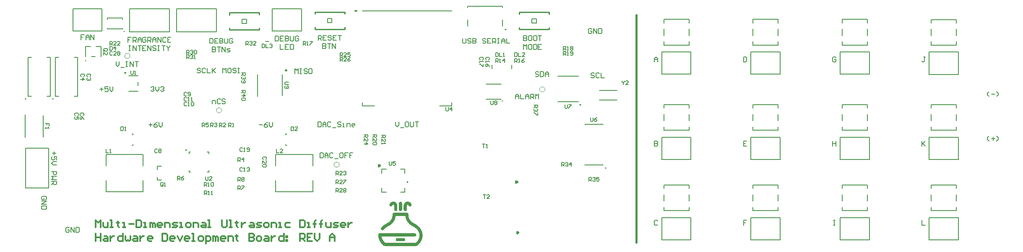
<source format=gto>
G04*
G04 #@! TF.GenerationSoftware,Altium Limited,Altium Designer,22.8.2 (66)*
G04*
G04 Layer_Color=65535*
%FSLAX25Y25*%
%MOIN*%
G70*
G04*
G04 #@! TF.SameCoordinates,F23DE1FB-CEBC-40D8-82DF-6EE2EAA0B71B*
G04*
G04*
G04 #@! TF.FilePolarity,Positive*
G04*
G01*
G75*
%ADD10C,0.01000*%
%ADD11C,0.00787*%
%ADD12C,0.01181*%
%ADD13C,0.00300*%
%ADD14C,0.01500*%
%ADD15C,0.01575*%
%ADD16C,0.02000*%
%ADD17C,0.00600*%
%ADD18C,0.00700*%
%ADD19C,0.00600*%
%ADD20C,0.00500*%
%ADD21C,0.00800*%
G36*
X307118Y55057D02*
X306118D01*
Y56557D01*
X307118D01*
Y55057D01*
D02*
G37*
G36*
X306971Y40325D02*
X307087D01*
Y40268D01*
X307491D01*
Y40210D01*
X307664D01*
Y40152D01*
X307779D01*
Y40095D01*
X307894D01*
Y40037D01*
X308010D01*
Y39979D01*
X308125D01*
Y39922D01*
X308241D01*
Y39864D01*
X308298D01*
Y39806D01*
X308414D01*
Y39748D01*
X308472D01*
Y39691D01*
X308529D01*
Y39633D01*
X308587D01*
Y39575D01*
X308702D01*
Y39518D01*
X308760D01*
Y39460D01*
X308818D01*
Y39402D01*
X308876D01*
Y39344D01*
X308933D01*
Y39287D01*
X308991D01*
Y39229D01*
X309049D01*
Y39114D01*
X309106D01*
Y39056D01*
X309164D01*
Y38998D01*
X309222D01*
Y38883D01*
X309279D01*
Y38825D01*
X309337D01*
Y38710D01*
X309395D01*
Y38594D01*
X309453D01*
Y38421D01*
X309510D01*
Y38306D01*
X309568D01*
Y38190D01*
X309626D01*
Y38017D01*
X309683D01*
Y37786D01*
X309741D01*
Y37382D01*
X309683D01*
Y37152D01*
X309626D01*
Y36978D01*
X309568D01*
Y36921D01*
X309510D01*
Y36805D01*
X309453D01*
Y36748D01*
X309395D01*
Y36690D01*
X309337D01*
Y36632D01*
X309279D01*
Y36574D01*
X309164D01*
Y36517D01*
X309049D01*
Y36459D01*
X308991D01*
Y36401D01*
X308818D01*
Y36344D01*
X308183D01*
Y36401D01*
X308010D01*
Y36459D01*
X307894D01*
Y36517D01*
X307837D01*
Y36574D01*
X307779D01*
Y36632D01*
X307664D01*
Y36690D01*
X307606D01*
Y36748D01*
X307548D01*
Y36805D01*
X307491D01*
Y36921D01*
X307433D01*
Y37036D01*
X307375D01*
Y37152D01*
X307317D01*
Y37267D01*
X307260D01*
Y37382D01*
X307202D01*
Y37498D01*
X307144D01*
Y37556D01*
X307087D01*
Y37613D01*
X307029D01*
Y37671D01*
X306913D01*
Y37729D01*
X306509D01*
Y37671D01*
X306394D01*
Y37613D01*
X306279D01*
Y37556D01*
X306221D01*
Y37498D01*
X306163D01*
Y37440D01*
X306106D01*
Y37325D01*
X306048D01*
Y37267D01*
X305990D01*
Y37036D01*
X305932D01*
Y33689D01*
X305875D01*
Y33516D01*
X305817D01*
Y33343D01*
X305759D01*
Y33285D01*
X305702D01*
Y33170D01*
X305644D01*
Y33112D01*
X305586D01*
Y33054D01*
X305528D01*
Y32996D01*
X305471D01*
Y32939D01*
X305355D01*
Y32881D01*
X305298D01*
Y32823D01*
X305182D01*
Y32766D01*
X304894D01*
Y32708D01*
X304432D01*
Y32766D01*
X304201D01*
Y32823D01*
X304086D01*
Y32881D01*
X304028D01*
Y32939D01*
X303913D01*
Y32996D01*
X303855D01*
Y33054D01*
X303797D01*
Y33112D01*
X303740D01*
Y33170D01*
X303682D01*
Y33285D01*
X303624D01*
Y33343D01*
X303566D01*
Y33458D01*
X303509D01*
Y33747D01*
X303451D01*
Y37440D01*
X303509D01*
Y37729D01*
X303566D01*
Y37959D01*
X303624D01*
Y38133D01*
X303682D01*
Y38248D01*
X303740D01*
Y38421D01*
X303797D01*
Y38537D01*
X303855D01*
Y38594D01*
X303913D01*
Y38710D01*
X303970D01*
Y38767D01*
X304028D01*
Y38883D01*
X304086D01*
Y38998D01*
X304144D01*
Y39056D01*
X304201D01*
Y39114D01*
X304259D01*
Y39171D01*
X304317D01*
Y39229D01*
X304374D01*
Y39287D01*
X304432D01*
Y39402D01*
X304490D01*
Y39460D01*
X304605D01*
Y39518D01*
X304663D01*
Y39575D01*
X304721D01*
Y39633D01*
X304778D01*
Y39691D01*
X304836D01*
Y39748D01*
X304951D01*
Y39806D01*
X305009D01*
Y39864D01*
X305124D01*
Y39922D01*
X305240D01*
Y39979D01*
X305355D01*
Y40037D01*
X305413D01*
Y40095D01*
X305644D01*
Y40152D01*
X305702D01*
Y40210D01*
X305875D01*
Y40268D01*
X306279D01*
Y40325D01*
X306394D01*
Y40383D01*
X306971D01*
Y40325D01*
D02*
G37*
G36*
X301027Y40152D02*
X301258D01*
Y40095D01*
X301489D01*
Y40037D01*
X301547D01*
Y39979D01*
X301662D01*
Y39922D01*
X301720D01*
Y39864D01*
X301777D01*
Y39806D01*
X301835D01*
Y39748D01*
X301893D01*
Y39691D01*
X301951D01*
Y39575D01*
X302008D01*
Y39460D01*
X302066D01*
Y39287D01*
X302124D01*
Y38941D01*
X302181D01*
Y33920D01*
X302124D01*
Y33574D01*
X302066D01*
Y33400D01*
X302008D01*
Y33285D01*
X301951D01*
Y33227D01*
X301893D01*
Y33112D01*
X301835D01*
Y33054D01*
X301777D01*
Y32996D01*
X301720D01*
Y32939D01*
X301604D01*
Y32881D01*
X301547D01*
Y32823D01*
X301431D01*
Y32766D01*
X301143D01*
Y32708D01*
X300681D01*
Y32766D01*
X300392D01*
Y32823D01*
X300277D01*
Y32881D01*
X300219D01*
Y32939D01*
X300104D01*
Y32996D01*
X300046D01*
Y33054D01*
X299989D01*
Y33112D01*
X299931D01*
Y33227D01*
X299873D01*
Y33285D01*
X299815D01*
Y33400D01*
X299758D01*
Y33574D01*
X299700D01*
Y33920D01*
X299642D01*
Y37613D01*
Y37671D01*
Y38998D01*
X299700D01*
Y39287D01*
X299758D01*
Y39460D01*
X299815D01*
Y39575D01*
X299873D01*
Y39691D01*
X299931D01*
Y39748D01*
X299989D01*
Y39806D01*
X300046D01*
Y39864D01*
X300104D01*
Y39922D01*
X300162D01*
Y39979D01*
X300277D01*
Y40037D01*
X300335D01*
Y40095D01*
X300566D01*
Y40152D01*
X300796D01*
Y40210D01*
X301027D01*
Y40152D01*
D02*
G37*
G36*
X295429Y40325D02*
X295545D01*
Y40268D01*
X295949D01*
Y40210D01*
X296122D01*
Y40152D01*
X296180D01*
Y40095D01*
X296410D01*
Y40037D01*
X296468D01*
Y39979D01*
X296584D01*
Y39922D01*
X296699D01*
Y39864D01*
X296757D01*
Y39806D01*
X296872D01*
Y39748D01*
X296988D01*
Y39691D01*
X297045D01*
Y39633D01*
X297103D01*
Y39575D01*
X297161D01*
Y39518D01*
X297218D01*
Y39460D01*
X297276D01*
Y39402D01*
X297392D01*
Y39287D01*
X297449D01*
Y39229D01*
X297507D01*
Y39171D01*
X297565D01*
Y39114D01*
X297622D01*
Y39056D01*
X297680D01*
Y38998D01*
X297738D01*
Y38883D01*
X297796D01*
Y38767D01*
X297853D01*
Y38710D01*
X297911D01*
Y38594D01*
X297969D01*
Y38537D01*
X298026D01*
Y38421D01*
X298084D01*
Y38248D01*
X298142D01*
Y38133D01*
X298200D01*
Y37959D01*
X298257D01*
Y37729D01*
X298315D01*
Y37440D01*
X298373D01*
Y33747D01*
X298315D01*
Y33458D01*
X298257D01*
Y33343D01*
X298200D01*
Y33285D01*
X298142D01*
Y33170D01*
X298084D01*
Y33112D01*
X298026D01*
Y33054D01*
X297969D01*
Y32996D01*
X297911D01*
Y32939D01*
X297796D01*
Y32881D01*
X297738D01*
Y32823D01*
X297622D01*
Y32766D01*
X297392D01*
Y32708D01*
X296930D01*
Y32766D01*
X296641D01*
Y32823D01*
X296526D01*
Y32881D01*
X296468D01*
Y32939D01*
X296353D01*
Y32996D01*
X296295D01*
Y33054D01*
X296237D01*
Y33112D01*
X296180D01*
Y33170D01*
X296122D01*
Y33285D01*
X296064D01*
Y33343D01*
X296007D01*
Y33516D01*
X295949D01*
Y33689D01*
X295891D01*
Y37036D01*
X295833D01*
Y37325D01*
X295776D01*
Y37382D01*
X295718D01*
Y37498D01*
X295660D01*
Y37556D01*
X295603D01*
Y37613D01*
X295487D01*
Y37671D01*
X295429D01*
Y37729D01*
X295314D01*
Y37786D01*
X294968D01*
Y37729D01*
X294852D01*
Y37671D01*
X294795D01*
Y37613D01*
X294679D01*
Y37556D01*
X294622D01*
Y37440D01*
X294564D01*
Y37325D01*
X294506D01*
Y37209D01*
X294448D01*
Y37094D01*
X294391D01*
Y37036D01*
X294333D01*
Y36921D01*
X294275D01*
Y36863D01*
X294218D01*
Y36805D01*
X294160D01*
Y36748D01*
X294044D01*
Y36690D01*
X293987D01*
Y36632D01*
X293871D01*
Y36574D01*
X293756D01*
Y36517D01*
X293525D01*
Y36459D01*
X293179D01*
Y36517D01*
X292948D01*
Y36574D01*
X292833D01*
Y36632D01*
X292717D01*
Y36690D01*
X292602D01*
Y36748D01*
X292544D01*
Y36805D01*
X292486D01*
Y36863D01*
X292429D01*
Y36921D01*
X292371D01*
Y37036D01*
X292313D01*
Y37094D01*
X292255D01*
Y37209D01*
X292198D01*
Y37325D01*
X292140D01*
Y37613D01*
X292082D01*
Y37844D01*
X292140D01*
Y38017D01*
Y38075D01*
X292198D01*
Y38306D01*
X292255D01*
Y38421D01*
X292313D01*
Y38537D01*
X292371D01*
Y38652D01*
X292429D01*
Y38767D01*
X292486D01*
Y38883D01*
X292544D01*
Y38941D01*
X292602D01*
Y38998D01*
X292659D01*
Y39114D01*
X292717D01*
Y39171D01*
X292775D01*
Y39229D01*
X292833D01*
Y39287D01*
X292890D01*
Y39402D01*
X292948D01*
Y39460D01*
X293006D01*
Y39518D01*
X293121D01*
Y39575D01*
X293179D01*
Y39633D01*
X293236D01*
Y39691D01*
X293352D01*
Y39748D01*
X293410D01*
Y39806D01*
X293467D01*
Y39864D01*
X293583D01*
Y39922D01*
X293640D01*
Y39979D01*
X293814D01*
Y40037D01*
X293929D01*
Y40095D01*
X294044D01*
Y40152D01*
X294160D01*
Y40210D01*
X294333D01*
Y40268D01*
X294737D01*
Y40325D01*
X294852D01*
Y40383D01*
X295429D01*
Y40325D01*
D02*
G37*
G36*
X303740Y11183D02*
X303913D01*
Y11125D01*
X304028D01*
Y11067D01*
X304086D01*
Y11010D01*
X304201D01*
Y10952D01*
X304259D01*
Y10894D01*
X304317D01*
Y10836D01*
X304374D01*
Y10779D01*
X304432D01*
Y10663D01*
X304490D01*
Y10605D01*
X304547D01*
Y10490D01*
X304605D01*
Y10259D01*
X304663D01*
Y9740D01*
X304605D01*
Y9567D01*
X304547D01*
Y9451D01*
X304490D01*
Y9336D01*
X304432D01*
Y9221D01*
X304374D01*
Y9163D01*
X304317D01*
Y9105D01*
X304259D01*
Y9047D01*
X304201D01*
Y8990D01*
X304086D01*
Y8932D01*
X303970D01*
Y8874D01*
X303740D01*
Y8817D01*
X303509D01*
Y8759D01*
X298315D01*
Y8817D01*
X298084D01*
Y8874D01*
X297853D01*
Y8932D01*
X297738D01*
Y8990D01*
X297622D01*
Y9047D01*
X297565D01*
Y9105D01*
X297507D01*
Y9163D01*
X297449D01*
Y9221D01*
X297392D01*
Y9336D01*
X297334D01*
Y9451D01*
X297276D01*
Y9567D01*
X297218D01*
Y9740D01*
X297161D01*
Y10259D01*
X297218D01*
Y10490D01*
X297276D01*
Y10605D01*
X297334D01*
Y10663D01*
X297392D01*
Y10721D01*
X297449D01*
Y10836D01*
X297507D01*
Y10894D01*
X297565D01*
Y10952D01*
X297622D01*
Y11010D01*
X297738D01*
Y11067D01*
X297796D01*
Y11125D01*
X297911D01*
Y11183D01*
X298084D01*
Y11240D01*
X303740D01*
Y11183D01*
D02*
G37*
G36*
X305932Y31381D02*
X306221D01*
Y31323D01*
X306452D01*
Y31265D01*
X306567D01*
Y31207D01*
X306625D01*
Y31150D01*
X306683D01*
Y31092D01*
X306798D01*
Y31034D01*
X306856D01*
Y30919D01*
X306913D01*
Y30861D01*
X306971D01*
Y30804D01*
X307029D01*
Y30688D01*
X307087D01*
Y30515D01*
X307144D01*
Y30226D01*
X307202D01*
Y29361D01*
X307260D01*
Y28784D01*
X307317D01*
Y28495D01*
X307375D01*
Y28149D01*
X307433D01*
Y27918D01*
X307491D01*
Y27745D01*
X307548D01*
Y27572D01*
X307606D01*
Y27399D01*
X307664D01*
Y27226D01*
X307721D01*
Y27110D01*
X307779D01*
Y26937D01*
X307837D01*
Y26822D01*
X307894D01*
Y26706D01*
X307952D01*
Y26591D01*
X308010D01*
Y26475D01*
X308068D01*
Y26360D01*
X308125D01*
Y26302D01*
X308183D01*
Y26129D01*
X308241D01*
Y26071D01*
X308298D01*
Y25956D01*
X308356D01*
Y25898D01*
X308414D01*
Y25783D01*
X308472D01*
Y25725D01*
X308529D01*
Y25668D01*
X308587D01*
Y25552D01*
X308645D01*
Y25494D01*
X308702D01*
Y25379D01*
X308760D01*
Y25321D01*
X308818D01*
Y25206D01*
X308876D01*
Y25148D01*
X308933D01*
Y25090D01*
X308991D01*
Y25033D01*
X309049D01*
Y24975D01*
X309106D01*
Y24917D01*
X309164D01*
Y24860D01*
X309222D01*
Y24802D01*
X309279D01*
Y24686D01*
X309337D01*
Y24629D01*
X309395D01*
Y24571D01*
X309453D01*
Y24513D01*
X309510D01*
Y24456D01*
X309568D01*
Y24398D01*
X309626D01*
Y24340D01*
X309683D01*
Y24283D01*
X309741D01*
Y24225D01*
X309857D01*
Y24167D01*
X309914D01*
Y24109D01*
X309972D01*
Y24052D01*
X310030D01*
Y23994D01*
X310145D01*
Y23936D01*
X310203D01*
Y23878D01*
X310261D01*
Y23821D01*
X310376D01*
Y23763D01*
X310434D01*
Y23705D01*
X310491D01*
Y23648D01*
X310607D01*
Y23590D01*
X310722D01*
Y23532D01*
X310780D01*
Y23475D01*
X310895D01*
Y23417D01*
X311011D01*
Y23359D01*
X311126D01*
Y23301D01*
X311184D01*
Y23244D01*
X311299D01*
Y23186D01*
X311415D01*
Y23128D01*
X311530D01*
Y23071D01*
X311646D01*
Y23013D01*
X311761D01*
Y22955D01*
X311876D01*
Y22897D01*
X311992D01*
Y22840D01*
X312107D01*
Y22782D01*
X312223D01*
Y22724D01*
X312338D01*
Y22667D01*
X312454D01*
Y22609D01*
X312511D01*
Y22551D01*
X312627D01*
Y22493D01*
X312742D01*
Y22436D01*
X312858D01*
Y22378D01*
X312973D01*
Y22320D01*
X313031D01*
Y22263D01*
X313146D01*
Y22205D01*
X313204D01*
Y22147D01*
X313319D01*
Y22090D01*
X313377D01*
Y22032D01*
X313435D01*
Y21974D01*
X313550D01*
Y21916D01*
X313608D01*
Y21859D01*
X313723D01*
Y21801D01*
X313781D01*
Y21743D01*
X313839D01*
Y21686D01*
X313954D01*
Y21628D01*
X314012D01*
Y21570D01*
X314127D01*
Y21512D01*
X314185D01*
Y21455D01*
X314243D01*
Y21397D01*
X314300D01*
Y21339D01*
X314416D01*
Y21282D01*
X314473D01*
Y21224D01*
X314531D01*
Y21166D01*
X314589D01*
Y21109D01*
X314704D01*
Y21051D01*
X314762D01*
Y20993D01*
X314820D01*
Y20935D01*
X314877D01*
Y20878D01*
X314935D01*
Y20820D01*
X314993D01*
Y20762D01*
X315050D01*
Y20705D01*
X315108D01*
Y20647D01*
X315166D01*
Y20589D01*
X315224D01*
Y20531D01*
X315281D01*
Y20474D01*
X315339D01*
Y20416D01*
X315397D01*
Y20358D01*
X315454D01*
Y20301D01*
X315512D01*
Y20243D01*
X315570D01*
Y20185D01*
X315628D01*
Y20128D01*
X315685D01*
Y20070D01*
X315743D01*
Y20012D01*
X315801D01*
Y19954D01*
X315858D01*
Y19897D01*
X315916D01*
Y19781D01*
X315974D01*
Y19724D01*
X316031D01*
Y19666D01*
X316089D01*
Y19608D01*
X316147D01*
Y19493D01*
X316205D01*
Y19435D01*
X316262D01*
Y19377D01*
X316320D01*
Y19320D01*
X316378D01*
Y19204D01*
X316435D01*
Y19146D01*
X316493D01*
Y19089D01*
X316551D01*
Y18973D01*
X316609D01*
Y18916D01*
X316666D01*
Y18800D01*
X316724D01*
Y18743D01*
X316782D01*
Y18685D01*
X316839D01*
Y18569D01*
X316897D01*
Y18512D01*
X316955D01*
Y18396D01*
X317013D01*
Y18338D01*
X317070D01*
Y18223D01*
X317128D01*
Y18108D01*
X317186D01*
Y17992D01*
X317243D01*
Y17934D01*
X317301D01*
Y17819D01*
X317359D01*
Y17704D01*
X317416D01*
Y17588D01*
X317474D01*
Y17473D01*
X317532D01*
Y17357D01*
X317590D01*
Y17242D01*
X317647D01*
Y17127D01*
X317705D01*
Y17011D01*
X317763D01*
Y16838D01*
X317820D01*
Y16723D01*
X317878D01*
Y16549D01*
X317936D01*
Y16376D01*
X317993D01*
Y16203D01*
X318051D01*
Y16030D01*
X318109D01*
Y15857D01*
X318167D01*
Y15626D01*
X318224D01*
Y15453D01*
X318282D01*
Y15165D01*
X318340D01*
Y14934D01*
X318397D01*
Y14587D01*
X318455D01*
Y13953D01*
X318513D01*
Y13837D01*
X318571D01*
Y12625D01*
X318513D01*
Y12510D01*
X318455D01*
Y11991D01*
X318397D01*
Y11644D01*
X318340D01*
Y11471D01*
X318282D01*
Y11125D01*
X318224D01*
Y11010D01*
X318167D01*
Y10779D01*
X318109D01*
Y10605D01*
X318051D01*
Y10432D01*
X317993D01*
Y10259D01*
X317936D01*
Y10144D01*
X317878D01*
Y9971D01*
X317820D01*
Y9855D01*
X317763D01*
Y9682D01*
X317705D01*
Y9567D01*
X317647D01*
Y9451D01*
X317590D01*
Y9336D01*
X317532D01*
Y9221D01*
X317474D01*
Y9105D01*
X317416D01*
Y8990D01*
X317359D01*
Y8932D01*
X317301D01*
Y8817D01*
X317243D01*
Y8701D01*
X317186D01*
Y8586D01*
X317128D01*
Y8528D01*
X317070D01*
Y8413D01*
X317013D01*
Y8297D01*
X316955D01*
Y8240D01*
X316897D01*
Y8124D01*
X316839D01*
Y8009D01*
X316782D01*
Y7951D01*
X316724D01*
Y7835D01*
X316666D01*
Y7778D01*
X316609D01*
Y7720D01*
X316551D01*
Y7605D01*
X316493D01*
Y7547D01*
X316435D01*
Y7489D01*
X316378D01*
Y7374D01*
X316320D01*
Y7316D01*
X316262D01*
Y7259D01*
X316205D01*
Y7143D01*
X316147D01*
Y7085D01*
X316089D01*
Y7028D01*
X316031D01*
Y6970D01*
X315974D01*
Y6912D01*
X315916D01*
Y6797D01*
X315858D01*
Y6739D01*
X315801D01*
Y6681D01*
X315743D01*
Y6624D01*
X315685D01*
Y6566D01*
X315628D01*
Y6508D01*
X315570D01*
Y6451D01*
X315512D01*
Y6393D01*
X315454D01*
Y6335D01*
X315397D01*
Y6277D01*
X315339D01*
Y6220D01*
X315281D01*
Y6162D01*
X315224D01*
Y6104D01*
X315166D01*
Y6047D01*
X315108D01*
Y5989D01*
X315050D01*
Y5931D01*
X314993D01*
Y5873D01*
X314935D01*
Y5816D01*
X314877D01*
Y5758D01*
X314820D01*
Y5700D01*
X314762D01*
Y5643D01*
X314704D01*
Y5585D01*
X314646D01*
Y5527D01*
X314589D01*
Y5469D01*
X314473D01*
Y5412D01*
X314416D01*
Y5354D01*
X314358D01*
Y5296D01*
X314300D01*
Y5239D01*
X314185D01*
Y5181D01*
X314069D01*
Y5123D01*
X313954D01*
Y5065D01*
X313723D01*
Y5008D01*
X313665D01*
Y4950D01*
X288158D01*
Y5008D01*
X288101D01*
Y5065D01*
X287812D01*
Y5123D01*
X287697D01*
Y5181D01*
X287639D01*
Y5239D01*
X287523D01*
Y5296D01*
X287466D01*
Y5354D01*
X287408D01*
Y5412D01*
X287293D01*
Y5469D01*
X287235D01*
Y5527D01*
X287177D01*
Y5585D01*
X287120D01*
Y5643D01*
X287062D01*
Y5700D01*
X287004D01*
Y5758D01*
X286946D01*
Y5816D01*
X286889D01*
Y5873D01*
X286831D01*
Y5931D01*
X286716D01*
Y6047D01*
X286600D01*
Y6162D01*
X286542D01*
Y6220D01*
X286427D01*
Y6335D01*
X286312D01*
Y6451D01*
X286254D01*
Y6508D01*
X286196D01*
Y6566D01*
X286138D01*
Y6624D01*
X286081D01*
Y6681D01*
X286023D01*
Y6739D01*
X285965D01*
Y6797D01*
X285908D01*
Y6854D01*
X285850D01*
Y6912D01*
X285792D01*
Y7028D01*
X285734D01*
Y7085D01*
X285677D01*
Y7143D01*
X285619D01*
Y7259D01*
X285561D01*
Y7316D01*
X285504D01*
Y7374D01*
X285446D01*
Y7432D01*
X285388D01*
Y7489D01*
X285331D01*
Y7605D01*
X285273D01*
Y7662D01*
X285215D01*
Y7778D01*
X285157D01*
Y7835D01*
X285100D01*
Y7951D01*
X285042D01*
Y8009D01*
X284984D01*
Y8124D01*
X284927D01*
Y8182D01*
X284869D01*
Y8297D01*
X284811D01*
Y8413D01*
X284753D01*
Y8470D01*
X284696D01*
Y8586D01*
X284638D01*
Y8701D01*
X284580D01*
Y8759D01*
X284523D01*
Y8874D01*
X284465D01*
Y8990D01*
X284407D01*
Y9105D01*
X284349D01*
Y9221D01*
X284292D01*
Y9278D01*
X284234D01*
Y9394D01*
X284176D01*
Y9509D01*
X284119D01*
Y9624D01*
X284061D01*
Y9798D01*
X284003D01*
Y9913D01*
X283945D01*
Y10086D01*
X283888D01*
Y10202D01*
X283830D01*
Y10375D01*
X283772D01*
Y10548D01*
X283715D01*
Y10721D01*
X283657D01*
Y10952D01*
X283599D01*
Y11067D01*
X283541D01*
Y11413D01*
X283484D01*
Y11587D01*
X283426D01*
Y11933D01*
X283368D01*
Y12452D01*
X283311D01*
Y12568D01*
X283253D01*
Y14126D01*
X283368D01*
Y14357D01*
X283426D01*
Y14472D01*
X283484D01*
Y14530D01*
X283541D01*
Y14645D01*
X283599D01*
Y14703D01*
X283657D01*
Y14761D01*
X283715D01*
Y14818D01*
X283772D01*
Y14876D01*
X283888D01*
Y14934D01*
X283945D01*
Y14991D01*
X284003D01*
Y15049D01*
X312454D01*
Y14991D01*
X312627D01*
Y14934D01*
X312800D01*
Y14876D01*
X312858D01*
Y14818D01*
X312973D01*
Y14761D01*
X313031D01*
Y14703D01*
X313146D01*
Y14587D01*
X313204D01*
Y14530D01*
X313261D01*
Y14472D01*
X313319D01*
Y14357D01*
X313377D01*
Y14299D01*
X313435D01*
Y13953D01*
X313492D01*
Y13664D01*
X313435D01*
Y13318D01*
X313377D01*
Y13260D01*
X313319D01*
Y13145D01*
X313261D01*
Y13087D01*
X313204D01*
Y12972D01*
X313146D01*
Y12914D01*
X313088D01*
Y12856D01*
X313031D01*
Y12799D01*
X312915D01*
Y12741D01*
X312858D01*
Y12683D01*
X312742D01*
Y12625D01*
X312684D01*
Y12568D01*
X285908D01*
Y12221D01*
X285965D01*
Y12048D01*
X286023D01*
Y11702D01*
X286081D01*
Y11587D01*
X286138D01*
Y11356D01*
X286196D01*
Y11240D01*
X286254D01*
Y11067D01*
X286312D01*
Y10894D01*
X286369D01*
Y10779D01*
X286427D01*
Y10605D01*
X286485D01*
Y10490D01*
X286542D01*
Y10375D01*
X286600D01*
Y10259D01*
X286658D01*
Y10144D01*
X286716D01*
Y10029D01*
X286773D01*
Y9913D01*
X286831D01*
Y9798D01*
X286889D01*
Y9740D01*
X286946D01*
Y9624D01*
X287004D01*
Y9509D01*
X287062D01*
Y9451D01*
X287120D01*
Y9336D01*
X287177D01*
Y9278D01*
X287235D01*
Y9163D01*
X287293D01*
Y9105D01*
X287350D01*
Y9047D01*
X287408D01*
Y8932D01*
X287466D01*
Y8874D01*
X287523D01*
Y8817D01*
X287581D01*
Y8701D01*
X287639D01*
Y8643D01*
X287697D01*
Y8586D01*
X287754D01*
Y8528D01*
X287812D01*
Y8413D01*
X287870D01*
Y8355D01*
X287927D01*
Y8297D01*
X287985D01*
Y8240D01*
X288043D01*
Y8182D01*
X288101D01*
Y8124D01*
X288158D01*
Y8066D01*
X288216D01*
Y8009D01*
X288274D01*
Y7951D01*
X288331D01*
Y7893D01*
X288389D01*
Y7835D01*
X288447D01*
Y7778D01*
X288504D01*
Y7720D01*
X288562D01*
Y7662D01*
X288620D01*
Y7605D01*
X288678D01*
Y7547D01*
X288735D01*
Y7489D01*
X288851D01*
Y7432D01*
X312973D01*
Y7489D01*
X313088D01*
Y7547D01*
X313146D01*
Y7605D01*
X313204D01*
Y7662D01*
X313261D01*
Y7720D01*
X313319D01*
Y7778D01*
X313377D01*
Y7835D01*
X313492D01*
Y7893D01*
X313550D01*
Y7951D01*
X313608D01*
Y8009D01*
X313665D01*
Y8066D01*
X313723D01*
Y8124D01*
X313781D01*
Y8182D01*
X313839D01*
Y8240D01*
X313896D01*
Y8355D01*
X313954D01*
Y8413D01*
X314012D01*
Y8470D01*
X314069D01*
Y8528D01*
X314127D01*
Y8586D01*
X314185D01*
Y8643D01*
X314243D01*
Y8759D01*
X314300D01*
Y8817D01*
X314358D01*
Y8874D01*
X314416D01*
Y8932D01*
X314473D01*
Y9047D01*
X314531D01*
Y9105D01*
X314589D01*
Y9221D01*
X314646D01*
Y9278D01*
X314704D01*
Y9394D01*
X314762D01*
Y9509D01*
X314820D01*
Y9567D01*
X314877D01*
Y9682D01*
X314935D01*
Y9798D01*
X314993D01*
Y9855D01*
X315050D01*
Y9971D01*
X315108D01*
Y10086D01*
X315166D01*
Y10202D01*
X315224D01*
Y10317D01*
X315281D01*
Y10490D01*
X315339D01*
Y10605D01*
X315397D01*
Y10779D01*
X315454D01*
Y10894D01*
X315512D01*
Y10952D01*
Y11010D01*
X315570D01*
Y11183D01*
X315628D01*
Y11356D01*
X315685D01*
Y11644D01*
X315743D01*
Y11760D01*
X315801D01*
Y12048D01*
X315858D01*
Y12221D01*
X315916D01*
Y12625D01*
X315974D01*
Y13087D01*
X316031D01*
Y13780D01*
X315974D01*
Y14241D01*
X315916D01*
Y14587D01*
X315858D01*
Y14761D01*
X315801D01*
Y15107D01*
X315743D01*
Y15222D01*
X315685D01*
Y15453D01*
X315628D01*
Y15568D01*
X315570D01*
Y15742D01*
X315512D01*
Y15857D01*
X315454D01*
Y15972D01*
X315397D01*
Y16146D01*
X315339D01*
Y16261D01*
X315281D01*
Y16376D01*
X315224D01*
Y16492D01*
X315166D01*
Y16607D01*
X315108D01*
Y16723D01*
X315050D01*
Y16838D01*
X314993D01*
Y16953D01*
X314935D01*
Y17011D01*
X314877D01*
Y17127D01*
X314820D01*
Y17184D01*
X314762D01*
Y17300D01*
X314704D01*
Y17357D01*
X314646D01*
Y17473D01*
X314589D01*
Y17531D01*
X314531D01*
Y17646D01*
X314473D01*
Y17704D01*
X314416D01*
Y17761D01*
X314358D01*
Y17819D01*
X314300D01*
Y17934D01*
X314243D01*
Y17992D01*
X314185D01*
Y18050D01*
X314127D01*
Y18108D01*
X314069D01*
Y18165D01*
X314012D01*
Y18223D01*
X313954D01*
Y18281D01*
X313896D01*
Y18338D01*
X313839D01*
Y18396D01*
X313781D01*
Y18454D01*
X313723D01*
Y18512D01*
X313665D01*
Y18569D01*
X313608D01*
Y18627D01*
X313550D01*
Y18685D01*
X313492D01*
Y18743D01*
X313435D01*
Y18800D01*
X313377D01*
Y18858D01*
X313319D01*
Y18916D01*
X313261D01*
Y18973D01*
X313204D01*
Y19031D01*
X313146D01*
Y19089D01*
X313088D01*
Y19146D01*
X313031D01*
Y19204D01*
X312973D01*
Y19262D01*
X312915D01*
Y19320D01*
X312800D01*
Y19377D01*
X312742D01*
Y19435D01*
X312684D01*
Y19493D01*
X312627D01*
Y19550D01*
X312511D01*
Y19608D01*
X312454D01*
Y19666D01*
X312396D01*
Y19724D01*
X312280D01*
Y19781D01*
X312223D01*
Y19839D01*
X312165D01*
Y19897D01*
X312050D01*
Y19954D01*
X311992D01*
Y20012D01*
X311876D01*
Y20070D01*
X311761D01*
Y20128D01*
X311703D01*
Y20185D01*
X311588D01*
Y20243D01*
X311473D01*
Y20301D01*
X311357D01*
Y20358D01*
X311299D01*
Y20416D01*
X311184D01*
Y20474D01*
X311069D01*
Y20531D01*
X311011D01*
Y20589D01*
X310838D01*
Y20647D01*
X310780D01*
Y20705D01*
X310665D01*
Y20762D01*
X310549D01*
Y20820D01*
X310434D01*
Y20878D01*
X310261D01*
Y20935D01*
X310203D01*
Y20993D01*
X310087D01*
Y21051D01*
X309972D01*
Y21109D01*
X309857D01*
Y21166D01*
X309799D01*
Y21224D01*
X309683D01*
Y21282D01*
X309568D01*
Y21339D01*
X309453D01*
Y21397D01*
X309395D01*
Y21455D01*
X309279D01*
Y21512D01*
X309164D01*
Y21570D01*
X309106D01*
Y21628D01*
X309049D01*
Y21686D01*
X308933D01*
Y21743D01*
X308876D01*
Y21801D01*
X308760D01*
Y21859D01*
X308702D01*
Y21916D01*
X308645D01*
Y21974D01*
X308529D01*
Y22032D01*
X308472D01*
Y22090D01*
X308414D01*
Y22147D01*
X308298D01*
Y22205D01*
X308241D01*
Y22263D01*
X308183D01*
Y22320D01*
X308125D01*
Y22378D01*
X308068D01*
Y22436D01*
X308010D01*
Y22493D01*
X307952D01*
Y22551D01*
X307894D01*
Y22609D01*
X307837D01*
Y22667D01*
X307779D01*
Y22724D01*
X307664D01*
Y22782D01*
X307606D01*
Y22840D01*
X307548D01*
Y22897D01*
X307491D01*
Y23013D01*
X307375D01*
Y23071D01*
X307317D01*
Y23128D01*
X307260D01*
Y23244D01*
X307202D01*
Y23301D01*
X307144D01*
Y23359D01*
X307087D01*
Y23417D01*
X307029D01*
Y23532D01*
X306971D01*
Y23590D01*
X306913D01*
Y23648D01*
X306856D01*
Y23705D01*
X306798D01*
Y23821D01*
X306740D01*
Y23878D01*
X306683D01*
Y23936D01*
X306625D01*
Y23994D01*
X306567D01*
Y24109D01*
X306509D01*
Y24167D01*
X306452D01*
Y24283D01*
X306394D01*
Y24398D01*
X306336D01*
Y24456D01*
X306279D01*
Y24571D01*
X306221D01*
Y24629D01*
X306163D01*
Y24744D01*
X306106D01*
Y24860D01*
X306048D01*
Y24917D01*
X305990D01*
Y25033D01*
X305932D01*
Y25148D01*
X305875D01*
Y25206D01*
X305817D01*
Y25321D01*
X305759D01*
Y25437D01*
X305702D01*
Y25610D01*
X305644D01*
Y25725D01*
X305586D01*
Y25841D01*
X305528D01*
Y26014D01*
X305471D01*
Y26129D01*
X305413D01*
Y26302D01*
X305355D01*
Y26360D01*
X305298D01*
Y26591D01*
X305240D01*
Y26764D01*
X305182D01*
Y26995D01*
X305124D01*
Y27168D01*
X305067D01*
Y27399D01*
X305009D01*
Y27572D01*
X304951D01*
Y27860D01*
X304894D01*
Y28322D01*
X304836D01*
Y28668D01*
X304778D01*
Y28842D01*
X304721D01*
Y28899D01*
X297103D01*
Y28842D01*
X297045D01*
Y28668D01*
X296988D01*
Y28322D01*
X296930D01*
Y27860D01*
X296872D01*
Y27572D01*
X296814D01*
Y27399D01*
X296757D01*
Y27168D01*
X296699D01*
Y26995D01*
X296641D01*
Y26706D01*
X296584D01*
Y26591D01*
X296526D01*
Y26360D01*
X296468D01*
Y26245D01*
X296410D01*
Y26071D01*
X296353D01*
Y25956D01*
X296295D01*
Y25841D01*
X296237D01*
Y25668D01*
X296180D01*
Y25610D01*
X296122D01*
Y25437D01*
X296064D01*
Y25321D01*
X296007D01*
Y25206D01*
X295949D01*
Y25148D01*
X295891D01*
Y25033D01*
X295833D01*
Y24917D01*
X295776D01*
Y24860D01*
X295718D01*
Y24744D01*
X295660D01*
Y24629D01*
X295603D01*
Y24571D01*
X295545D01*
Y24456D01*
X295487D01*
Y24340D01*
X295429D01*
Y24225D01*
X295372D01*
Y24167D01*
X295314D01*
Y24109D01*
X295256D01*
Y23994D01*
X295199D01*
Y23936D01*
X295141D01*
Y23878D01*
X295083D01*
Y23763D01*
X295025D01*
Y23705D01*
X294968D01*
Y23648D01*
X294910D01*
Y23590D01*
X294852D01*
Y23475D01*
X294795D01*
Y23417D01*
X294737D01*
Y23359D01*
X294679D01*
Y23301D01*
X294622D01*
Y23186D01*
X294564D01*
Y23128D01*
X294506D01*
Y23071D01*
X294448D01*
Y23013D01*
X294391D01*
Y22955D01*
X294333D01*
Y22897D01*
X294275D01*
Y22840D01*
X294218D01*
Y22782D01*
X294160D01*
Y22724D01*
X294102D01*
Y22667D01*
X294044D01*
Y22609D01*
X293987D01*
Y22551D01*
X293929D01*
Y22493D01*
X293871D01*
Y22436D01*
X293814D01*
Y22378D01*
X293756D01*
Y22320D01*
X293640D01*
Y22263D01*
X293583D01*
Y22205D01*
X293525D01*
Y22147D01*
X293410D01*
Y22090D01*
X293352D01*
Y22032D01*
X293294D01*
Y21974D01*
X293236D01*
Y21916D01*
X293121D01*
Y21859D01*
X293063D01*
Y21801D01*
X293006D01*
Y21743D01*
X292890D01*
Y21686D01*
X292833D01*
Y21628D01*
X292717D01*
Y21570D01*
X292659D01*
Y21512D01*
X292602D01*
Y21455D01*
X292486D01*
Y21397D01*
X292371D01*
Y21339D01*
X292255D01*
Y21282D01*
X292140D01*
Y21224D01*
X292025D01*
Y21166D01*
X291967D01*
Y21109D01*
X291851D01*
Y21051D01*
X291736D01*
Y20993D01*
X291621D01*
Y20935D01*
X291563D01*
Y20878D01*
X291390D01*
Y20820D01*
X291332D01*
Y20762D01*
X291217D01*
Y20705D01*
X291044D01*
Y20647D01*
X290986D01*
Y20589D01*
X290813D01*
Y20531D01*
X290755D01*
Y20474D01*
X290640D01*
Y20416D01*
X290524D01*
Y20358D01*
X290466D01*
Y20301D01*
X290293D01*
Y20243D01*
X290236D01*
Y20185D01*
X290120D01*
Y20128D01*
X290063D01*
Y20070D01*
X290005D01*
Y20012D01*
X289890D01*
Y19954D01*
X289832D01*
Y19897D01*
X289716D01*
Y19839D01*
X289659D01*
Y19781D01*
X289543D01*
Y19724D01*
X289486D01*
Y19666D01*
X289428D01*
Y19608D01*
X289312D01*
Y19550D01*
X289255D01*
Y19493D01*
X289139D01*
Y19435D01*
X289082D01*
Y19377D01*
X289024D01*
Y19320D01*
X288966D01*
Y19262D01*
X288908D01*
Y19204D01*
X288851D01*
Y19146D01*
X288793D01*
Y19089D01*
X288678D01*
Y19031D01*
X288620D01*
Y18973D01*
X288562D01*
Y18916D01*
X288504D01*
Y18858D01*
X288447D01*
Y18800D01*
X288389D01*
Y18743D01*
X288331D01*
Y18685D01*
X288274D01*
Y18627D01*
X288216D01*
Y18569D01*
X288158D01*
Y18512D01*
X288101D01*
Y18454D01*
X288043D01*
Y18396D01*
X287985D01*
Y18338D01*
X287927D01*
Y18281D01*
X287870D01*
Y18223D01*
X287812D01*
Y18165D01*
X287754D01*
Y18108D01*
X287697D01*
Y18050D01*
X287639D01*
Y17992D01*
X287581D01*
Y17934D01*
X287523D01*
Y17877D01*
X287466D01*
Y17819D01*
X287408D01*
Y17761D01*
X287350D01*
Y17704D01*
X287235D01*
Y17646D01*
X287120D01*
Y17588D01*
X286946D01*
Y17531D01*
X286716D01*
Y17473D01*
X286600D01*
Y17531D01*
X286196D01*
Y17588D01*
X286081D01*
Y17646D01*
X286023D01*
Y17704D01*
X285908D01*
Y17761D01*
X285850D01*
Y17819D01*
X285792D01*
Y17877D01*
X285734D01*
Y17934D01*
X285677D01*
Y17992D01*
X285619D01*
Y18108D01*
X285561D01*
Y18165D01*
X285504D01*
Y18281D01*
X285446D01*
Y18512D01*
X285388D01*
Y18973D01*
X285446D01*
Y19204D01*
X285504D01*
Y19320D01*
X285561D01*
Y19377D01*
X285619D01*
Y19493D01*
X285677D01*
Y19550D01*
X285734D01*
Y19666D01*
X285792D01*
Y19724D01*
X285850D01*
Y19781D01*
X285908D01*
Y19839D01*
X285965D01*
Y19897D01*
X286023D01*
Y19954D01*
X286081D01*
Y20012D01*
X286138D01*
Y20070D01*
X286196D01*
Y20185D01*
X286312D01*
Y20301D01*
X286369D01*
Y20358D01*
X286427D01*
Y20416D01*
X286485D01*
Y20474D01*
X286542D01*
Y20531D01*
X286600D01*
Y20589D01*
X286658D01*
Y20647D01*
X286716D01*
Y20705D01*
X286773D01*
Y20762D01*
X286831D01*
Y20820D01*
X286889D01*
Y20878D01*
X287004D01*
Y20935D01*
X287062D01*
Y20993D01*
X287120D01*
Y21051D01*
X287177D01*
Y21109D01*
X287235D01*
Y21166D01*
X287293D01*
Y21224D01*
X287350D01*
Y21282D01*
X287466D01*
Y21339D01*
X287523D01*
Y21397D01*
X287581D01*
Y21455D01*
X287639D01*
Y21512D01*
X287754D01*
Y21570D01*
X287812D01*
Y21628D01*
X287870D01*
Y21686D01*
X287985D01*
Y21743D01*
X288043D01*
Y21801D01*
X288101D01*
Y21859D01*
X288216D01*
Y21916D01*
X288274D01*
Y21974D01*
X288389D01*
Y22032D01*
X288447D01*
Y22090D01*
X288562D01*
Y22147D01*
X288620D01*
Y22205D01*
X288735D01*
Y22263D01*
X288851D01*
Y22320D01*
X288908D01*
Y22378D01*
X289024D01*
Y22436D01*
X289082D01*
Y22493D01*
X289197D01*
Y22551D01*
X289312D01*
Y22609D01*
X289370D01*
Y22667D01*
X289486D01*
Y22724D01*
X289601D01*
Y22782D01*
X289716D01*
Y22840D01*
X289774D01*
Y22897D01*
X289947D01*
Y22955D01*
X290063D01*
Y23013D01*
X290178D01*
Y23071D01*
X290293D01*
Y23128D01*
X290409D01*
Y23186D01*
X290524D01*
Y23244D01*
X290640D01*
Y23301D01*
X290697D01*
Y23359D01*
X290813D01*
Y23417D01*
X290928D01*
Y23475D01*
X291044D01*
Y23532D01*
X291101D01*
Y23590D01*
X291217D01*
Y23648D01*
X291332D01*
Y23705D01*
X291390D01*
Y23763D01*
X291448D01*
Y23821D01*
X291563D01*
Y23878D01*
X291621D01*
Y23936D01*
X291678D01*
Y23994D01*
X291736D01*
Y24052D01*
X291851D01*
Y24109D01*
X291909D01*
Y24167D01*
X291967D01*
Y24225D01*
X292082D01*
Y24283D01*
X292140D01*
Y24340D01*
X292198D01*
Y24398D01*
X292255D01*
Y24456D01*
X292313D01*
Y24513D01*
X292371D01*
Y24571D01*
X292429D01*
Y24629D01*
X292486D01*
Y24744D01*
X292544D01*
Y24802D01*
X292602D01*
Y24860D01*
X292659D01*
Y24917D01*
X292717D01*
Y24975D01*
X292775D01*
Y25033D01*
X292833D01*
Y25090D01*
X292890D01*
Y25148D01*
X292948D01*
Y25264D01*
X293006D01*
Y25321D01*
X293063D01*
Y25379D01*
X293121D01*
Y25494D01*
X293179D01*
Y25552D01*
X293236D01*
Y25668D01*
X293294D01*
Y25725D01*
X293352D01*
Y25783D01*
X293410D01*
Y25898D01*
X293467D01*
Y25956D01*
X293525D01*
Y26071D01*
X293583D01*
Y26129D01*
X293640D01*
Y26302D01*
X293698D01*
Y26360D01*
X293756D01*
Y26475D01*
X293814D01*
Y26591D01*
X293871D01*
Y26706D01*
X293929D01*
Y26822D01*
X293987D01*
Y26937D01*
X294044D01*
Y27110D01*
X294102D01*
Y27226D01*
X294160D01*
Y27399D01*
X294218D01*
Y27572D01*
X294275D01*
Y27745D01*
X294333D01*
Y27918D01*
X294391D01*
Y28207D01*
X294448D01*
Y28495D01*
X294506D01*
Y28784D01*
X294564D01*
Y29361D01*
X294622D01*
Y30226D01*
X294679D01*
Y30515D01*
X294737D01*
Y30688D01*
X294795D01*
Y30804D01*
X294852D01*
Y30861D01*
X294910D01*
Y30977D01*
X294968D01*
Y31034D01*
X295025D01*
Y31092D01*
X295141D01*
Y31150D01*
X295199D01*
Y31207D01*
X295256D01*
Y31265D01*
X295372D01*
Y31323D01*
X295545D01*
Y31381D01*
X295891D01*
Y31438D01*
X305932D01*
Y31381D01*
D02*
G37*
D10*
X464128Y67324D02*
X463634D01*
X464128D01*
X443843Y117421D02*
X443268D01*
X443843D01*
X130642Y81350D02*
X129854D01*
X130642D01*
X24719Y122264D02*
X24147D01*
X24719D01*
X3065D02*
X2494D01*
X3065D01*
X384646Y177362D02*
X383858D01*
X384646D01*
X164961Y177165D02*
Y178543D01*
Y188976D02*
Y190945D01*
X188583Y177165D02*
Y178543D01*
Y189173D02*
Y190945D01*
X164961Y177165D02*
X188583D01*
X164961Y190945D02*
X188583D01*
X232874Y177362D02*
X256496D01*
X232874Y191142D02*
X256496D01*
X232874Y177362D02*
Y179134D01*
Y189764D02*
Y191142D01*
X256496Y177362D02*
Y179331D01*
Y189764D02*
Y191142D01*
X395317Y191317D02*
X418939D01*
X395317Y177537D02*
X418939D01*
Y189545D02*
Y191317D01*
Y177537D02*
Y178915D01*
X395317Y189348D02*
Y191317D01*
Y177537D02*
Y178915D01*
D11*
X382396Y120473D02*
X381778D01*
X382396D01*
X50850Y152559D02*
X50333D01*
X50850D01*
X447412Y69555D02*
X461979Y69555D01*
X447411Y101763D02*
X461978D01*
X193504Y167913D02*
X196260D01*
X175000Y182283D02*
Y185433D01*
Y182283D02*
X178543D01*
Y185433D01*
X175000D02*
X178543D01*
X242913Y182874D02*
X246457D01*
X242913D02*
Y186024D01*
X246457D01*
Y182874D02*
Y186024D01*
X389378Y146260D02*
Y149016D01*
X373622Y146260D02*
Y149016D01*
X405356Y185805D02*
X408899D01*
Y182656D02*
Y185805D01*
X405356Y182656D02*
X408899D01*
X405356D02*
Y185805D01*
X715224Y25590D02*
Y21654D01*
X717847D01*
X715224Y88582D02*
Y84646D01*
Y85958D01*
X717847Y88582D01*
X715879Y86614D01*
X717847Y84646D01*
Y155511D02*
X716535D01*
X717191D01*
Y152231D01*
X716535Y151575D01*
X715879D01*
X715224Y152231D01*
X645013Y25590D02*
X646325D01*
X645669D01*
Y21654D01*
X645013D01*
X646325D01*
X644357Y88582D02*
Y84646D01*
Y86614D01*
X646981D01*
Y88582D01*
Y84646D01*
Y154855D02*
X646325Y155511D01*
X645013D01*
X644357Y154855D01*
Y152231D01*
X645013Y151575D01*
X646325D01*
X646981Y152231D01*
Y153543D01*
X645669D01*
X576115Y25590D02*
X573491D01*
Y23622D01*
X574803D01*
X573491D01*
Y21654D01*
X576115Y88582D02*
X573491D01*
Y84646D01*
X576115D01*
X573491Y86614D02*
X574803D01*
X573491Y155511D02*
Y151575D01*
X575459D01*
X576115Y152231D01*
Y154855D01*
X575459Y155511D01*
X573491D01*
X502625Y151575D02*
Y154199D01*
X503937Y155511D01*
X505249Y154199D01*
Y151575D01*
Y153543D01*
X502625D01*
Y88582D02*
Y84646D01*
X504593D01*
X505249Y85302D01*
Y85958D01*
X504593Y86614D01*
X502625D01*
X504593D01*
X505249Y87270D01*
Y87926D01*
X504593Y88582D01*
X502625D01*
X505249Y24934D02*
X504593Y25590D01*
X503281D01*
X502625Y24934D01*
Y22310D01*
X503281Y21654D01*
X504593D01*
X505249Y22310D01*
X410762Y143044D02*
X410106Y143700D01*
X408794D01*
X408138Y143044D01*
Y142388D01*
X408794Y141732D01*
X410106D01*
X410762Y141076D01*
Y140420D01*
X410106Y139764D01*
X408794D01*
X408138Y140420D01*
X412074Y143700D02*
Y139764D01*
X414042D01*
X414698Y140420D01*
Y143044D01*
X414042Y143700D01*
X412074D01*
X416010Y139764D02*
Y142388D01*
X417322Y143700D01*
X418634Y142388D01*
Y139764D01*
Y141732D01*
X416010D01*
X455053Y142060D02*
X454397Y142716D01*
X453086D01*
X452429Y142060D01*
Y141404D01*
X453086Y140748D01*
X454397D01*
X455053Y140092D01*
Y139436D01*
X454397Y138780D01*
X453086D01*
X452429Y139436D01*
X458989Y142060D02*
X458333Y142716D01*
X457021D01*
X456365Y142060D01*
Y139436D01*
X457021Y138780D01*
X458333D01*
X458989Y139436D01*
X460301Y142716D02*
Y138780D01*
X462925D01*
X453085Y177493D02*
X452429Y178149D01*
X451117D01*
X450461Y177493D01*
Y174869D01*
X451117Y174213D01*
X452429D01*
X453085Y174869D01*
Y176181D01*
X451773D01*
X454397Y174213D02*
Y178149D01*
X457021Y174213D01*
Y178149D01*
X458332D02*
Y174213D01*
X460300D01*
X460956Y174869D01*
Y177493D01*
X460300Y178149D01*
X458332D01*
X392391Y122048D02*
Y124672D01*
X393703Y125984D01*
X395015Y124672D01*
Y122048D01*
Y124016D01*
X392391D01*
X396327Y125984D02*
Y122048D01*
X398951D01*
X400263D02*
Y124672D01*
X401575Y125984D01*
X402887Y124672D01*
Y122048D01*
Y124016D01*
X400263D01*
X404199Y122048D02*
Y125984D01*
X406167D01*
X406822Y125328D01*
Y124016D01*
X406167Y123360D01*
X404199D01*
X405511D02*
X406822Y122048D01*
X408134D02*
Y125984D01*
X409446Y124672D01*
X410758Y125984D01*
Y122048D01*
X296919Y103674D02*
Y101050D01*
X298231Y99738D01*
X299543Y101050D01*
Y103674D01*
X300855Y99082D02*
X303479D01*
X306758Y103674D02*
X305446D01*
X304790Y103018D01*
Y100394D01*
X305446Y99738D01*
X306758D01*
X307414Y100394D01*
Y103018D01*
X306758Y103674D01*
X308726D02*
Y100394D01*
X309382Y99738D01*
X310694D01*
X311350Y100394D01*
Y103674D01*
X312662D02*
X315286D01*
X313974D01*
Y99738D01*
X768702Y88583D02*
X767390Y89895D01*
Y91207D01*
X768702Y92519D01*
X770670Y90551D02*
X773293D01*
X771981Y91863D02*
Y89239D01*
X774605Y88583D02*
X775917Y89895D01*
Y91207D01*
X774605Y92519D01*
X768702Y124016D02*
X767390Y125328D01*
Y126640D01*
X768702Y127952D01*
X770670Y125984D02*
X773293D01*
X774605Y124016D02*
X775917Y125328D01*
Y126640D01*
X774605Y127952D01*
X216965Y142158D02*
Y146094D01*
X218277Y144782D01*
X219588Y146094D01*
Y142158D01*
X220900Y146094D02*
X222212D01*
X221556D01*
Y142158D01*
X220900D01*
X222212D01*
X226804Y145438D02*
X226148Y146094D01*
X224836D01*
X224180Y145438D01*
Y144782D01*
X224836Y144126D01*
X226148D01*
X226804Y143470D01*
Y142814D01*
X226148Y142158D01*
X224836D01*
X224180Y142814D01*
X230084Y146094D02*
X228772D01*
X228116Y145438D01*
Y142814D01*
X228772Y142158D01*
X230084D01*
X230740Y142814D01*
Y145438D01*
X230084Y146094D01*
X159779Y142717D02*
Y146653D01*
X161091Y145341D01*
X162403Y146653D01*
Y142717D01*
X165683Y146653D02*
X164371D01*
X163715Y145997D01*
Y143373D01*
X164371Y142717D01*
X165683D01*
X166339Y143373D01*
Y145997D01*
X165683Y146653D01*
X170274Y145997D02*
X169618Y146653D01*
X168307D01*
X167650Y145997D01*
Y145341D01*
X168307Y144685D01*
X169618D01*
X170274Y144029D01*
Y143373D01*
X169618Y142717D01*
X168307D01*
X167650Y143373D01*
X171586Y146653D02*
X172898D01*
X172242D01*
Y142717D01*
X171586D01*
X172898D01*
X142062Y145997D02*
X141406Y146653D01*
X140094D01*
X139438Y145997D01*
Y145341D01*
X140094Y144685D01*
X141406D01*
X142062Y144029D01*
Y143373D01*
X141406Y142717D01*
X140094D01*
X139438Y143373D01*
X145998Y145997D02*
X145342Y146653D01*
X144030D01*
X143374Y145997D01*
Y143373D01*
X144030Y142717D01*
X145342D01*
X145998Y143373D01*
X147310Y146653D02*
Y142717D01*
X149933D01*
X151245Y146653D02*
Y142717D01*
Y144029D01*
X153869Y146653D01*
X151901Y144685D01*
X153869Y142717D01*
X151248Y118111D02*
Y120735D01*
X153216D01*
X153872Y120079D01*
Y118111D01*
X157808Y121391D02*
X157152Y122047D01*
X155840D01*
X155184Y121391D01*
Y118767D01*
X155840Y118111D01*
X157152D01*
X157808Y118767D01*
X161744Y121391D02*
X161088Y122047D01*
X159776D01*
X159120Y121391D01*
Y120735D01*
X159776Y120079D01*
X161088D01*
X161744Y119423D01*
Y118767D01*
X161088Y118111D01*
X159776D01*
X159120Y118767D01*
X236881Y79067D02*
Y75132D01*
X238849D01*
X239505Y75788D01*
Y78412D01*
X238849Y79067D01*
X236881D01*
X240817Y75132D02*
Y77756D01*
X242128Y79067D01*
X243440Y77756D01*
Y75132D01*
Y77100D01*
X240817D01*
X247376Y78412D02*
X246720Y79067D01*
X245408D01*
X244752Y78412D01*
Y75788D01*
X245408Y75132D01*
X246720D01*
X247376Y75788D01*
X248688Y74476D02*
X251312D01*
X254592Y79067D02*
X253280D01*
X252624Y78412D01*
Y75788D01*
X253280Y75132D01*
X254592D01*
X255248Y75788D01*
Y78412D01*
X254592Y79067D01*
X259183D02*
X256560D01*
Y77100D01*
X257872D01*
X256560D01*
Y75132D01*
X263119Y79067D02*
X260495D01*
Y77100D01*
X261807D01*
X260495D01*
Y75132D01*
X235241Y103674D02*
Y99738D01*
X237209D01*
X237865Y100394D01*
Y103018D01*
X237209Y103674D01*
X235241D01*
X239177Y99738D02*
Y102362D01*
X240489Y103674D01*
X241800Y102362D01*
Y99738D01*
Y101706D01*
X239177D01*
X245736Y103018D02*
X245080Y103674D01*
X243768D01*
X243112Y103018D01*
Y100394D01*
X243768Y99738D01*
X245080D01*
X245736Y100394D01*
X247048Y99082D02*
X249672D01*
X253608Y103018D02*
X252952Y103674D01*
X251640D01*
X250984Y103018D01*
Y102362D01*
X251640Y101706D01*
X252952D01*
X253608Y101050D01*
Y100394D01*
X252952Y99738D01*
X251640D01*
X250984Y100394D01*
X254920Y99738D02*
X256232D01*
X255576D01*
Y102362D01*
X254920D01*
X258200Y99738D02*
Y102362D01*
X260167D01*
X260823Y101706D01*
Y99738D01*
X264103D02*
X262791D01*
X262135Y100394D01*
Y101706D01*
X262791Y102362D01*
X264103D01*
X264759Y101706D01*
Y101050D01*
X262135D01*
X37731Y19028D02*
X37075Y19684D01*
X35763D01*
X35107Y19028D01*
Y16405D01*
X35763Y15749D01*
X37075D01*
X37731Y16405D01*
Y17717D01*
X36419D01*
X39042Y15749D02*
Y19684D01*
X41666Y15749D01*
Y19684D01*
X42978D02*
Y15749D01*
X44946D01*
X45602Y16405D01*
Y19028D01*
X44946Y19684D01*
X42978D01*
X86947Y171259D02*
X84323D01*
Y169291D01*
X85635D01*
X84323D01*
Y167324D01*
X88259D02*
Y171259D01*
X90227D01*
X90883Y170603D01*
Y169291D01*
X90227Y168635D01*
X88259D01*
X89571D02*
X90883Y167324D01*
X92195D02*
Y169947D01*
X93506Y171259D01*
X94818Y169947D01*
Y167324D01*
Y169291D01*
X92195D01*
X98754Y170603D02*
X98098Y171259D01*
X96786D01*
X96130Y170603D01*
Y167979D01*
X96786Y167324D01*
X98098D01*
X98754Y167979D01*
Y169291D01*
X97442D01*
X100066Y167324D02*
Y171259D01*
X102034D01*
X102690Y170603D01*
Y169291D01*
X102034Y168635D01*
X100066D01*
X101378D02*
X102690Y167324D01*
X104002D02*
Y169947D01*
X105314Y171259D01*
X106626Y169947D01*
Y167324D01*
Y169291D01*
X104002D01*
X107938Y167324D02*
Y171259D01*
X110561Y167324D01*
Y171259D01*
X114497Y170603D02*
X113841Y171259D01*
X112529D01*
X111873Y170603D01*
Y167979D01*
X112529Y167324D01*
X113841D01*
X114497Y167979D01*
X118433Y171259D02*
X115809D01*
Y167324D01*
X118433D01*
X115809Y169291D02*
X117121D01*
X84979Y164369D02*
X86291D01*
X85635D01*
Y160434D01*
X84979D01*
X86291D01*
X88259D02*
Y164369D01*
X90883Y160434D01*
Y164369D01*
X92195D02*
X94818D01*
X93506D01*
Y160434D01*
X98754Y164369D02*
X96130D01*
Y160434D01*
X98754D01*
X96130Y162402D02*
X97442D01*
X100066Y160434D02*
Y164369D01*
X102690Y160434D01*
Y164369D01*
X106626Y163714D02*
X105970Y164369D01*
X104658D01*
X104002Y163714D01*
Y163057D01*
X104658Y162402D01*
X105970D01*
X106626Y161746D01*
Y161090D01*
X105970Y160434D01*
X104658D01*
X104002Y161090D01*
X107938Y164369D02*
X109249D01*
X108593D01*
Y160434D01*
X107938D01*
X109249D01*
X111217Y164369D02*
X113841D01*
X112529D01*
Y160434D01*
X115153Y164369D02*
Y163714D01*
X116465Y162402D01*
X117777Y163714D01*
Y164369D01*
X116465Y162402D02*
Y160434D01*
X102498Y131309D02*
X103154Y131965D01*
X104466D01*
X105122Y131309D01*
Y130653D01*
X104466Y129997D01*
X103810D01*
X104466D01*
X105122Y129341D01*
Y128685D01*
X104466Y128030D01*
X103154D01*
X102498Y128685D01*
X106434Y131965D02*
Y129341D01*
X107746Y128030D01*
X109058Y129341D01*
Y131965D01*
X110370Y131309D02*
X111026Y131965D01*
X112338D01*
X112994Y131309D01*
Y130653D01*
X112338Y129997D01*
X111682D01*
X112338D01*
X112994Y129341D01*
Y128685D01*
X112338Y128030D01*
X111026D01*
X110370Y128685D01*
X61954Y129952D02*
X64577D01*
X63266Y131264D02*
Y128640D01*
X68513Y131920D02*
X65889D01*
Y129952D01*
X67201Y130608D01*
X67857D01*
X68513Y129952D01*
Y128640D01*
X67857Y127984D01*
X66545D01*
X65889Y128640D01*
X69825Y131920D02*
Y129296D01*
X71137Y127984D01*
X72449Y129296D01*
Y131920D01*
X74806Y151902D02*
Y149278D01*
X76118Y147966D01*
X77430Y149278D01*
Y151902D01*
X78742Y147310D02*
X81366D01*
X82678Y151902D02*
X83989D01*
X83333D01*
Y147966D01*
X82678D01*
X83989D01*
X85957D02*
Y151902D01*
X88581Y147966D01*
Y151902D01*
X89893D02*
X92517D01*
X91205D01*
Y147966D01*
X350400Y170275D02*
Y166995D01*
X351056Y166339D01*
X352368D01*
X353024Y166995D01*
Y170275D01*
X356959Y169619D02*
X356303Y170275D01*
X354991D01*
X354335Y169619D01*
Y168963D01*
X354991Y168307D01*
X356303D01*
X356959Y167651D01*
Y166995D01*
X356303Y166339D01*
X354991D01*
X354335Y166995D01*
X358271Y170275D02*
Y166339D01*
X360239D01*
X360895Y166995D01*
Y167651D01*
X360239Y168307D01*
X358271D01*
X360239D01*
X360895Y168963D01*
Y169619D01*
X360239Y170275D01*
X358271D01*
X368766Y169619D02*
X368111Y170275D01*
X366799D01*
X366143Y169619D01*
Y168963D01*
X366799Y168307D01*
X368111D01*
X368766Y167651D01*
Y166995D01*
X368111Y166339D01*
X366799D01*
X366143Y166995D01*
X372702Y170275D02*
X370078D01*
Y166339D01*
X372702D01*
X370078Y168307D02*
X371390D01*
X374014Y166339D02*
Y170275D01*
X375982D01*
X376638Y169619D01*
Y168307D01*
X375982Y167651D01*
X374014D01*
X375326D02*
X376638Y166339D01*
X377950Y170275D02*
X379262D01*
X378606D01*
Y166339D01*
X377950D01*
X379262D01*
X381230D02*
Y168963D01*
X382542Y170275D01*
X383854Y168963D01*
Y166339D01*
Y168307D01*
X381230D01*
X385165Y170275D02*
Y166339D01*
X387789D01*
X205382Y165354D02*
Y161418D01*
X208006D01*
X211942Y165354D02*
X209318D01*
Y161418D01*
X211942D01*
X209318Y163386D02*
X210630D01*
X213254Y165354D02*
Y161418D01*
X215222D01*
X215878Y162074D01*
Y164698D01*
X215222Y165354D01*
X213254D01*
X201447Y172243D02*
Y168308D01*
X203414D01*
X204070Y168964D01*
Y171588D01*
X203414Y172243D01*
X201447D01*
X208006D02*
X205382D01*
Y168308D01*
X208006D01*
X205382Y170276D02*
X206694D01*
X209318Y172243D02*
Y168308D01*
X211286D01*
X211942Y168964D01*
Y169620D01*
X211286Y170276D01*
X209318D01*
X211286D01*
X211942Y170931D01*
Y171588D01*
X211286Y172243D01*
X209318D01*
X213254D02*
Y168964D01*
X213910Y168308D01*
X215222D01*
X215878Y168964D01*
Y172243D01*
X219813Y171588D02*
X219157Y172243D01*
X217845D01*
X217190Y171588D01*
Y168964D01*
X217845Y168308D01*
X219157D01*
X219813Y168964D01*
Y170276D01*
X218501D01*
X235502Y168701D02*
Y172637D01*
X237470D01*
X238125Y171981D01*
Y170669D01*
X237470Y170013D01*
X235502D01*
X236814D02*
X238125Y168701D01*
X242061Y172637D02*
X239437D01*
Y168701D01*
X242061D01*
X239437Y170669D02*
X240749D01*
X245997Y171981D02*
X245341Y172637D01*
X244029D01*
X243373Y171981D01*
Y171325D01*
X244029Y170669D01*
X245341D01*
X245997Y170013D01*
Y169357D01*
X245341Y168701D01*
X244029D01*
X243373Y169357D01*
X249933Y172637D02*
X247309D01*
Y168701D01*
X249933D01*
X247309Y170669D02*
X248621D01*
X251245Y172637D02*
X253868D01*
X252556D01*
Y168701D01*
X238925Y166046D02*
Y162110D01*
X240893D01*
X241549Y162766D01*
Y163422D01*
X240893Y164078D01*
X238925D01*
X240893D01*
X241549Y164734D01*
Y165390D01*
X240893Y166046D01*
X238925D01*
X242861D02*
X245485D01*
X244173D01*
Y162110D01*
X246797D02*
Y166046D01*
X249421Y162110D01*
Y166046D01*
X151249Y163385D02*
Y159449D01*
X153217D01*
X153873Y160105D01*
Y160761D01*
X153217Y161417D01*
X151249D01*
X153217D01*
X153873Y162073D01*
Y162729D01*
X153217Y163385D01*
X151249D01*
X155185D02*
X157809D01*
X156497D01*
Y159449D01*
X159121D02*
Y163385D01*
X161744Y159449D01*
Y163385D01*
X163056Y159449D02*
X165024D01*
X165680Y160105D01*
X165024Y160761D01*
X163712D01*
X163056Y161417D01*
X163712Y162073D01*
X165680D01*
X149281Y170275D02*
Y166339D01*
X151249D01*
X151905Y166995D01*
Y169619D01*
X151249Y170275D01*
X149281D01*
X155841D02*
X153217D01*
Y166339D01*
X155841D01*
X153217Y168307D02*
X154529D01*
X157153Y170275D02*
Y166339D01*
X159121D01*
X159776Y166995D01*
Y167651D01*
X159121Y168307D01*
X157153D01*
X159121D01*
X159776Y168963D01*
Y169619D01*
X159121Y170275D01*
X157153D01*
X161088D02*
Y166995D01*
X161744Y166339D01*
X163056D01*
X163712Y166995D01*
Y170275D01*
X167648Y169619D02*
X166992Y170275D01*
X165680D01*
X165024Y169619D01*
Y166995D01*
X165680Y166339D01*
X166992D01*
X167648Y166995D01*
Y168307D01*
X166336D01*
X398644Y172430D02*
Y168494D01*
X400611D01*
X401267Y169150D01*
Y169806D01*
X400611Y170462D01*
X398644D01*
X400611D01*
X401267Y171118D01*
Y171774D01*
X400611Y172430D01*
X398644D01*
X404547D02*
X403235D01*
X402579Y171774D01*
Y169150D01*
X403235Y168494D01*
X404547D01*
X405203Y169150D01*
Y171774D01*
X404547Y172430D01*
X408483D02*
X407171D01*
X406515Y171774D01*
Y169150D01*
X407171Y168494D01*
X408483D01*
X409139Y169150D01*
Y171774D01*
X408483Y172430D01*
X410451D02*
X413075D01*
X411763D01*
Y168494D01*
X398644Y161604D02*
Y165540D01*
X399956Y164228D01*
X401267Y165540D01*
Y161604D01*
X404547Y165540D02*
X403235D01*
X402579Y164884D01*
Y162260D01*
X403235Y161604D01*
X404547D01*
X405203Y162260D01*
Y164884D01*
X404547Y165540D01*
X406515D02*
Y161604D01*
X408483D01*
X409139Y162260D01*
Y164884D01*
X408483Y165540D01*
X406515D01*
X413075D02*
X410451D01*
Y161604D01*
X413075D01*
X410451Y163572D02*
X411763D01*
X188650Y101378D02*
X191274D01*
X195210Y103346D02*
X193898Y102690D01*
X192586Y101378D01*
Y100066D01*
X193242Y99410D01*
X194554D01*
X195210Y100066D01*
Y100722D01*
X194554Y101378D01*
X192586D01*
X196521Y103346D02*
Y100722D01*
X197833Y99410D01*
X199145Y100722D01*
Y103346D01*
X101052Y101378D02*
X103675D01*
X102364Y102690D02*
Y100066D01*
X107611Y103346D02*
X106299Y102690D01*
X104987Y101378D01*
Y100066D01*
X105643Y99410D01*
X106955D01*
X107611Y100066D01*
Y100722D01*
X106955Y101378D01*
X104987D01*
X108923Y103346D02*
Y100722D01*
X110235Y99410D01*
X111547Y100722D01*
Y103346D01*
X49542Y173228D02*
X46918D01*
Y171260D01*
X48230D01*
X46918D01*
Y169292D01*
X50853D02*
Y171916D01*
X52165Y173228D01*
X53477Y171916D01*
Y169292D01*
Y171260D01*
X50853D01*
X54789Y169292D02*
Y173228D01*
X57413Y169292D01*
Y173228D01*
X25591Y80048D02*
Y77424D01*
X26902Y78736D02*
X24279D01*
X27558Y73489D02*
Y76113D01*
X25591D01*
X26247Y74801D01*
Y74145D01*
X25591Y73489D01*
X24279D01*
X23623Y74145D01*
Y75457D01*
X24279Y76113D01*
X27558Y72177D02*
X24935D01*
X23623Y70865D01*
X24935Y69553D01*
X27558D01*
X23623Y64305D02*
X27558D01*
Y62337D01*
X26902Y61681D01*
X25591D01*
X24935Y62337D01*
Y64305D01*
X27558Y60370D02*
X23623D01*
X24935Y59058D01*
X23623Y57746D01*
X27558D01*
X23623Y56434D02*
X27558D01*
Y54466D01*
X26902Y53810D01*
X25591D01*
X24935Y54466D01*
Y56434D01*
Y55122D02*
X23623Y53810D01*
X19028Y41994D02*
X19684Y42650D01*
Y43962D01*
X19028Y44618D01*
X16405D01*
X15749Y43962D01*
Y42650D01*
X16405Y41994D01*
X17717D01*
Y43306D01*
X15749Y40682D02*
X19684D01*
X15749Y38058D01*
X19684D01*
Y36746D02*
X15749D01*
Y34778D01*
X16405Y34122D01*
X19028D01*
X19684Y34778D01*
Y36746D01*
D12*
X265908Y192126D02*
X265120D01*
X265908D01*
X82414Y142702D02*
X81818D01*
X82414D01*
X58594Y14762D02*
Y8859D01*
Y11811D01*
X62529D01*
Y14762D01*
Y8859D01*
X65481Y12795D02*
X67449D01*
X68433Y11811D01*
Y8859D01*
X65481D01*
X64497Y9843D01*
X65481Y10827D01*
X68433D01*
X70401Y12795D02*
Y8859D01*
Y10827D01*
X71385Y11811D01*
X72369Y12795D01*
X73353D01*
X80240Y14762D02*
Y8859D01*
X77289D01*
X76305Y9843D01*
Y11811D01*
X77289Y12795D01*
X80240D01*
X82208D02*
Y9843D01*
X83192Y8859D01*
X84176Y9843D01*
X85160Y8859D01*
X86144Y9843D01*
Y12795D01*
X89096D02*
X91063D01*
X92048Y11811D01*
Y8859D01*
X89096D01*
X88112Y9843D01*
X89096Y10827D01*
X92048D01*
X94015Y12795D02*
Y8859D01*
Y10827D01*
X94999Y11811D01*
X95983Y12795D01*
X96967D01*
X102871Y8859D02*
X100903D01*
X99919Y9843D01*
Y11811D01*
X100903Y12795D01*
X102871D01*
X103855Y11811D01*
Y10827D01*
X99919D01*
X111726Y14762D02*
Y8859D01*
X114678D01*
X115662Y9843D01*
Y13779D01*
X114678Y14762D01*
X111726D01*
X120581Y8859D02*
X118614D01*
X117630Y9843D01*
Y11811D01*
X118614Y12795D01*
X120581D01*
X121565Y11811D01*
Y10827D01*
X117630D01*
X123533Y12795D02*
X125501Y8859D01*
X127469Y12795D01*
X132389Y8859D02*
X130421D01*
X129437Y9843D01*
Y11811D01*
X130421Y12795D01*
X132389D01*
X133373Y11811D01*
Y10827D01*
X129437D01*
X135340Y8859D02*
X137308D01*
X136325D01*
Y14762D01*
X135340D01*
X141244Y8859D02*
X143212D01*
X144196Y9843D01*
Y11811D01*
X143212Y12795D01*
X141244D01*
X140260Y11811D01*
Y9843D01*
X141244Y8859D01*
X146164Y6891D02*
Y12795D01*
X149116D01*
X150100Y11811D01*
Y9843D01*
X149116Y8859D01*
X146164D01*
X152067D02*
Y12795D01*
X153051D01*
X154035Y11811D01*
Y8859D01*
Y11811D01*
X155019Y12795D01*
X156003Y11811D01*
Y8859D01*
X160923D02*
X158955D01*
X157971Y9843D01*
Y11811D01*
X158955Y12795D01*
X160923D01*
X161907Y11811D01*
Y10827D01*
X157971D01*
X163875Y8859D02*
Y12795D01*
X166826D01*
X167810Y11811D01*
Y8859D01*
X170762Y13779D02*
Y12795D01*
X169778D01*
X171746D01*
X170762D01*
Y9843D01*
X171746Y8859D01*
X180602Y14762D02*
Y8859D01*
X183553D01*
X184537Y9843D01*
Y10827D01*
X183553Y11811D01*
X180602D01*
X183553D01*
X184537Y12795D01*
Y13779D01*
X183553Y14762D01*
X180602D01*
X187489Y8859D02*
X189457D01*
X190441Y9843D01*
Y11811D01*
X189457Y12795D01*
X187489D01*
X186505Y11811D01*
Y9843D01*
X187489Y8859D01*
X193393Y12795D02*
X195361D01*
X196344Y11811D01*
Y8859D01*
X193393D01*
X192409Y9843D01*
X193393Y10827D01*
X196344D01*
X198312Y12795D02*
Y8859D01*
Y10827D01*
X199296Y11811D01*
X200280Y12795D01*
X201264D01*
X208152Y14762D02*
Y8859D01*
X205200D01*
X204216Y9843D01*
Y11811D01*
X205200Y12795D01*
X208152D01*
X210120D02*
X211103D01*
Y11811D01*
X210120D01*
Y12795D01*
Y9843D02*
X211103D01*
Y8859D01*
X210120D01*
Y9843D01*
X220943Y8859D02*
Y14762D01*
X223895D01*
X224879Y13779D01*
Y11811D01*
X223895Y10827D01*
X220943D01*
X222911D02*
X224879Y8859D01*
X230782Y14762D02*
X226846D01*
Y8859D01*
X230782D01*
X226846Y11811D02*
X228814D01*
X232750Y14762D02*
Y10827D01*
X234718Y8859D01*
X236686Y10827D01*
Y14762D01*
X244557Y8859D02*
Y12795D01*
X246525Y14762D01*
X248493Y12795D01*
Y8859D01*
Y11811D01*
X244557D01*
X58594Y19686D02*
Y25590D01*
X60562Y23622D01*
X62529Y25590D01*
Y19686D01*
X64497Y23622D02*
Y20670D01*
X65481Y19686D01*
X68433D01*
Y23622D01*
X70401Y19686D02*
X72369D01*
X71385D01*
Y25590D01*
X70401D01*
X76305Y24606D02*
Y23622D01*
X75321D01*
X77289D01*
X76305D01*
Y20670D01*
X77289Y19686D01*
X80240D02*
X82208D01*
X81224D01*
Y23622D01*
X80240D01*
X85160Y22638D02*
X89096D01*
X91063Y25590D02*
Y19686D01*
X94015D01*
X94999Y20670D01*
Y24606D01*
X94015Y25590D01*
X91063D01*
X96967Y19686D02*
X98935D01*
X97951D01*
Y23622D01*
X96967D01*
X101887Y19686D02*
Y23622D01*
X102871D01*
X103855Y22638D01*
Y19686D01*
Y22638D01*
X104839Y23622D01*
X105823Y22638D01*
Y19686D01*
X110742D02*
X108774D01*
X107790Y20670D01*
Y22638D01*
X108774Y23622D01*
X110742D01*
X111726Y22638D01*
Y21654D01*
X107790D01*
X113694Y19686D02*
Y23622D01*
X116646D01*
X117630Y22638D01*
Y19686D01*
X119598D02*
X122549D01*
X123533Y20670D01*
X122549Y21654D01*
X120581D01*
X119598Y22638D01*
X120581Y23622D01*
X123533D01*
X125501Y19686D02*
X127469D01*
X126485D01*
Y23622D01*
X125501D01*
X131405Y19686D02*
X133373D01*
X134357Y20670D01*
Y22638D01*
X133373Y23622D01*
X131405D01*
X130421Y22638D01*
Y20670D01*
X131405Y19686D01*
X136325D02*
Y23622D01*
X139276D01*
X140260Y22638D01*
Y19686D01*
X143212Y23622D02*
X145180D01*
X146164Y22638D01*
Y19686D01*
X143212D01*
X142228Y20670D01*
X143212Y21654D01*
X146164D01*
X148132Y19686D02*
X150100D01*
X149116D01*
Y25590D01*
X148132D01*
X158955D02*
Y20670D01*
X159939Y19686D01*
X161907D01*
X162891Y20670D01*
Y25590D01*
X164859Y19686D02*
X166826D01*
X165842D01*
Y25590D01*
X164859D01*
X170762Y24606D02*
Y23622D01*
X169778D01*
X171746D01*
X170762D01*
Y20670D01*
X171746Y19686D01*
X174698Y23622D02*
Y19686D01*
Y21654D01*
X175682Y22638D01*
X176666Y23622D01*
X177650D01*
X181585D02*
X183553D01*
X184537Y22638D01*
Y19686D01*
X181585D01*
X180602Y20670D01*
X181585Y21654D01*
X184537D01*
X186505Y19686D02*
X189457D01*
X190441Y20670D01*
X189457Y21654D01*
X187489D01*
X186505Y22638D01*
X187489Y23622D01*
X190441D01*
X193393Y19686D02*
X195361D01*
X196344Y20670D01*
Y22638D01*
X195361Y23622D01*
X193393D01*
X192409Y22638D01*
Y20670D01*
X193393Y19686D01*
X198312D02*
Y23622D01*
X201264D01*
X202248Y22638D01*
Y19686D01*
X204216D02*
X206184D01*
X205200D01*
Y23622D01*
X204216D01*
X213071D02*
X210120D01*
X209136Y22638D01*
Y20670D01*
X210120Y19686D01*
X213071D01*
X220943Y25590D02*
Y19686D01*
X223895D01*
X224879Y20670D01*
Y24606D01*
X223895Y25590D01*
X220943D01*
X226846Y19686D02*
X228814D01*
X227830D01*
Y23622D01*
X226846D01*
X232750Y19686D02*
Y24606D01*
Y22638D01*
X231766D01*
X233734D01*
X232750D01*
Y24606D01*
X233734Y25590D01*
X237670Y19686D02*
Y24606D01*
Y22638D01*
X236686D01*
X238654D01*
X237670D01*
Y24606D01*
X238654Y25590D01*
X241605Y23622D02*
Y20670D01*
X242589Y19686D01*
X245541D01*
Y23622D01*
X247509Y19686D02*
X250461D01*
X251445Y20670D01*
X250461Y21654D01*
X248493D01*
X247509Y22638D01*
X248493Y23622D01*
X251445D01*
X256364Y19686D02*
X254397D01*
X253413Y20670D01*
Y22638D01*
X254397Y23622D01*
X256364D01*
X257348Y22638D01*
Y21654D01*
X253413D01*
X259316Y23622D02*
Y19686D01*
Y21654D01*
X260300Y22638D01*
X261284Y23622D01*
X262268D01*
D13*
X415470Y129921D02*
X415231Y130890D01*
X414570Y131636D01*
X413637Y131990D01*
X412647Y131869D01*
X411826Y131303D01*
X411363Y130420D01*
Y129423D01*
X411826Y128540D01*
X412647Y127973D01*
X413637Y127853D01*
X414570Y128206D01*
X415231Y128953D01*
X415470Y129921D01*
X252084Y69882D02*
X251845Y70850D01*
X251184Y71597D01*
X250251Y71950D01*
X249261Y71830D01*
X248440Y71264D01*
X247977Y70381D01*
Y69383D01*
X248440Y68500D01*
X249261Y67934D01*
X250251Y67813D01*
X251184Y68167D01*
X251845Y68914D01*
X252084Y69882D01*
X158580Y113189D02*
X158341Y114157D01*
X157680Y114904D01*
X156747Y115257D01*
X155757Y115137D01*
X154936Y114571D01*
X154473Y113688D01*
Y112690D01*
X154936Y111807D01*
X155757Y111241D01*
X156747Y111120D01*
X157680Y111474D01*
X158341Y112221D01*
X158580Y113189D01*
X85745Y156496D02*
X85506Y157464D01*
X84845Y158211D01*
X83913Y158564D01*
X82923Y158444D01*
X82102Y157878D01*
X81638Y156995D01*
Y155997D01*
X82102Y155114D01*
X82923Y154548D01*
X83913Y154428D01*
X84845Y154781D01*
X85506Y155528D01*
X85745Y156496D01*
D14*
X284276Y69087D02*
X283526Y69520D01*
Y68654D01*
X284276Y69087D01*
D15*
X394454Y15748D02*
X393619Y16230D01*
Y15266D01*
X394454Y15748D01*
X393470Y56102D02*
X392635Y56585D01*
Y55620D01*
X393470Y56102D01*
X488189Y7874D02*
Y188976D01*
D16*
X209825Y144685D02*
D03*
D17*
X204928Y94117D02*
D03*
X93707Y85017D02*
D03*
D18*
X81595Y175787D02*
X81004D01*
X81595D01*
D19*
X742705Y40756D02*
Y45936D01*
X722705Y33146D02*
Y35936D01*
Y40756D02*
Y45936D01*
Y50756D02*
Y53546D01*
X742705D01*
Y33146D02*
Y35936D01*
X722705Y33146D02*
X742705D01*
Y50756D02*
Y53546D01*
X530160Y104780D02*
Y109960D01*
X510160Y97170D02*
Y99960D01*
Y104780D02*
Y109960D01*
Y114780D02*
Y117570D01*
X530160D01*
Y97170D02*
Y99960D01*
X510160Y97170D02*
X530160D01*
Y114780D02*
Y117570D01*
Y40756D02*
Y45936D01*
X510160Y33146D02*
Y35936D01*
Y40756D02*
Y45936D01*
Y50756D02*
Y53546D01*
X530160D01*
Y33146D02*
Y35936D01*
X510160Y33146D02*
X530160D01*
Y50756D02*
Y53546D01*
X601026Y172549D02*
Y177729D01*
X581026Y164939D02*
Y167729D01*
Y172549D02*
Y177729D01*
Y182549D02*
Y185339D01*
X601026D01*
Y164939D02*
Y167729D01*
X581026Y164939D02*
X601026D01*
Y182549D02*
Y185339D01*
X601026Y104780D02*
Y109960D01*
X581026Y97170D02*
Y99960D01*
Y104780D02*
Y109960D01*
Y114780D02*
Y117570D01*
X601026D01*
Y97170D02*
Y99960D01*
X581026Y97170D02*
X601026D01*
Y114780D02*
Y117570D01*
Y40756D02*
Y45936D01*
X581026Y33146D02*
Y35936D01*
Y40756D02*
Y45936D01*
Y50756D02*
Y53546D01*
X601026D01*
Y33146D02*
Y35936D01*
X581026Y33146D02*
X601026D01*
Y50756D02*
Y53546D01*
X671892Y172549D02*
Y177729D01*
X651892Y164939D02*
Y167729D01*
Y172549D02*
Y177729D01*
Y182549D02*
Y185339D01*
X671892D01*
Y164939D02*
Y167729D01*
X651892Y164939D02*
X671892D01*
Y182549D02*
Y185339D01*
X671892Y104780D02*
Y109960D01*
X651892Y97170D02*
Y99960D01*
Y104780D02*
Y109960D01*
Y114780D02*
Y117570D01*
X671892D01*
Y97170D02*
Y99960D01*
X651892Y97170D02*
X671892D01*
Y114780D02*
Y117570D01*
X671892Y40756D02*
Y45936D01*
X651892Y33146D02*
Y35936D01*
Y40756D02*
Y45936D01*
Y50756D02*
Y53546D01*
X671892D01*
Y33146D02*
Y35936D01*
X651892Y33146D02*
X671892D01*
Y50756D02*
Y53546D01*
X742705Y172540D02*
Y177720D01*
X722705Y164930D02*
Y167720D01*
Y172540D02*
Y177720D01*
Y182540D02*
Y185330D01*
X742705D01*
Y164930D02*
Y167720D01*
X722705Y164930D02*
X742705D01*
Y182540D02*
Y185330D01*
X742705Y104780D02*
Y109960D01*
X722705Y97170D02*
Y99960D01*
Y104780D02*
Y109960D01*
Y114780D02*
Y117570D01*
X742705D01*
Y97170D02*
Y99960D01*
X722705Y97170D02*
X742705D01*
Y114780D02*
Y117570D01*
X530160Y172549D02*
Y177729D01*
X510160Y164939D02*
Y167729D01*
Y172549D02*
Y177729D01*
Y182549D02*
Y185339D01*
X530160D01*
Y164939D02*
Y167729D01*
X510160Y164939D02*
X530160D01*
Y182549D02*
Y185339D01*
X425855Y119771D02*
X442255D01*
X425855Y140071D02*
X442255D01*
X286106Y66256D02*
X289644D01*
X304445Y47917D02*
Y51249D01*
X286106Y62924D02*
Y66256D01*
X304445Y62924D02*
Y66256D01*
X286106Y47917D02*
Y51249D01*
X300907Y66256D02*
X304445D01*
X286106Y47917D02*
X289644D01*
X300907D02*
X304445D01*
X187197Y124168D02*
Y141384D01*
X206897D02*
X206897Y124683D01*
X209767Y93361D02*
Y94117D01*
Y85017D02*
X210760D01*
X209767D02*
Y85773D01*
Y94117D02*
X210760D01*
X201772Y48228D02*
Y57087D01*
Y77756D02*
X231299D01*
X201772Y68898D02*
Y77756D01*
Y48228D02*
X231299D01*
Y57087D01*
Y68898D02*
Y77756D01*
X50591Y163810D02*
X54481D01*
X55361Y155710D02*
X58222D01*
X62991D02*
Y163810D01*
X59101D02*
X62991D01*
X50591Y155710D02*
Y163810D01*
X66929Y48228D02*
Y57087D01*
Y77756D02*
X96457D01*
X66929Y68898D02*
Y77756D01*
Y48228D02*
X96457D01*
Y57087D01*
Y68898D02*
Y77756D01*
X87468Y85017D02*
X88461D01*
Y93361D02*
Y94117D01*
X87468D02*
X88461D01*
Y85017D02*
Y85773D01*
X84966Y140402D02*
X92266D01*
Y132772D02*
Y135632D01*
X84966Y128002D02*
X92266D01*
X67819Y177837D02*
Y178627D01*
Y186337D02*
X79819D01*
X67819Y185547D02*
Y186337D01*
Y177837D02*
X79819D01*
Y178627D01*
Y185547D02*
Y186337D01*
X26469Y155224D02*
X29202D01*
X44398Y124303D02*
Y155224D01*
X41664D02*
X44398D01*
X26469Y124303D02*
Y155224D01*
Y124303D02*
X29202D01*
X41664D02*
X44398D01*
X4815Y155224D02*
X7548D01*
X22744Y124303D02*
Y155224D01*
X20011D02*
X22744D01*
X4815Y124303D02*
Y155224D01*
Y124303D02*
X7548D01*
X20011D02*
X22744D01*
D20*
X508546Y91622D02*
X531774D01*
X508546Y73905D02*
Y91622D01*
X531774Y73905D02*
Y91622D01*
X508546Y73905D02*
X531774D01*
X508546Y27598D02*
X531774D01*
X508546Y9882D02*
Y27598D01*
X531774Y9882D02*
Y27598D01*
X508546Y9882D02*
X531774D01*
X579412Y159391D02*
X602640D01*
X579412Y141674D02*
Y159391D01*
X602640Y141674D02*
Y159391D01*
X579412Y141674D02*
X602640D01*
X579412Y91622D02*
X602640D01*
X579412Y73905D02*
Y91622D01*
X602640Y73905D02*
Y91622D01*
X579412Y73905D02*
X602640D01*
X579412Y27598D02*
X602640D01*
X579412Y9882D02*
Y27598D01*
X602640Y9882D02*
Y27598D01*
X579412Y9882D02*
X602640D01*
X650278Y159391D02*
X673506D01*
X650278Y141674D02*
Y159391D01*
X673506Y141674D02*
Y159391D01*
X650278Y141674D02*
X673506D01*
X650278Y91622D02*
X673506D01*
X650278Y73905D02*
Y91622D01*
X673506Y73905D02*
Y91622D01*
X650278Y73905D02*
X673506D01*
X650278Y27598D02*
X673506D01*
X650278Y9882D02*
Y27598D01*
X673506Y9882D02*
Y27598D01*
X650278Y9882D02*
X673506D01*
X721091Y159382D02*
X744319D01*
X721091Y141665D02*
Y159382D01*
X744319Y141665D02*
Y159382D01*
X721091Y141665D02*
X744319D01*
X721091Y91622D02*
X744319D01*
X721091Y73905D02*
Y91622D01*
X744319Y73905D02*
Y91622D01*
X721091Y73905D02*
X744319D01*
X721091Y27598D02*
X744319D01*
X721091Y9882D02*
Y27598D01*
X744319Y9882D02*
Y27598D01*
X721091Y9882D02*
X744319D01*
X508546Y159391D02*
X531774D01*
X508546Y141674D02*
Y159391D01*
X531774Y141674D02*
Y159391D01*
X508546Y141674D02*
X531774D01*
X458937Y121063D02*
X472953D01*
X458937Y128937D02*
X472953D01*
X369094Y133992D02*
X380906D01*
X369094Y121913D02*
X380906D01*
X341498Y116535D02*
Y119095D01*
X331853Y116535D02*
X341498D01*
X270632D02*
X280278D01*
X270632D02*
Y119095D01*
Y192126D02*
X341498D01*
X132874Y78563D02*
Y79724D01*
Y63976D02*
Y65138D01*
X148622Y63976D02*
Y65138D01*
X132874Y79724D02*
X134035D01*
X132874Y63976D02*
X134035D01*
X147461D02*
X148622D01*
Y78563D02*
Y79724D01*
X147461D02*
X148622D01*
X123031Y175394D02*
X154579D01*
X123031Y193898D02*
X154579D01*
Y175394D02*
Y193898D01*
X123031Y175394D02*
Y193898D01*
X199016Y193898D02*
X222244D01*
X199016Y176181D02*
Y193898D01*
X222244Y176181D02*
Y193898D01*
X199016Y176181D02*
X222244D01*
X40551D02*
X63779D01*
Y193898D01*
X40551Y176181D02*
Y193898D01*
X63779D01*
X85630Y175394D02*
Y193898D01*
X117177Y175394D02*
Y193898D01*
X85630D02*
X117177D01*
X85630Y175394D02*
X117177D01*
X2657Y91417D02*
Y109370D01*
X17028Y91929D02*
Y108858D01*
X2953Y51181D02*
X21457D01*
X2953Y82728D02*
X21457D01*
X2953Y51181D02*
Y82728D01*
X21457Y51181D02*
Y82728D01*
X354331Y180118D02*
Y185236D01*
X381890Y194980D02*
Y195866D01*
X381870Y180118D02*
Y185236D01*
X354331Y194980D02*
Y195866D01*
X381890D01*
X65482Y160212D02*
X67482D01*
X67982Y160712D01*
Y161711D01*
X67482Y162211D01*
X65482D01*
X64983Y161711D01*
Y160712D01*
X65982Y161211D02*
X64983Y160212D01*
Y160712D02*
X65482Y160212D01*
X64983Y157213D02*
Y159212D01*
X66982Y157213D01*
X67482D01*
X67982Y157712D01*
Y158712D01*
X67482Y159212D01*
X249545Y54603D02*
Y57602D01*
X251044D01*
X251544Y57102D01*
Y56102D01*
X251044Y55603D01*
X249545D01*
X250544D02*
X251544Y54603D01*
X254543D02*
X252544D01*
X254543Y56602D01*
Y57102D01*
X254043Y57602D01*
X253044D01*
X252544Y57102D01*
X255543Y57602D02*
X257542D01*
Y57102D01*
X255543Y55103D01*
Y54603D01*
X249545Y61493D02*
Y64492D01*
X251044D01*
X251544Y63992D01*
Y62992D01*
X251044Y62492D01*
X249545D01*
X250544D02*
X251544Y61493D01*
X254543D02*
X252544D01*
X254543Y63492D01*
Y63992D01*
X254043Y64492D01*
X253044D01*
X252544Y63992D01*
X255543D02*
X256043Y64492D01*
X257042D01*
X257542Y63992D01*
Y63492D01*
X257042Y62992D01*
X256542D01*
X257042D01*
X257542Y62492D01*
Y61993D01*
X257042Y61493D01*
X256043D01*
X255543Y61993D01*
X285902Y93066D02*
X288901D01*
Y91566D01*
X288401Y91066D01*
X287402D01*
X286902Y91566D01*
Y93066D01*
Y92066D02*
X285902Y91066D01*
Y88067D02*
Y90067D01*
X287901Y88067D01*
X288401D01*
X288901Y88567D01*
Y89567D01*
X288401Y90067D01*
X285902Y87068D02*
Y86068D01*
Y86568D01*
X288901D01*
X288401Y87068D01*
X279012Y93566D02*
X282011D01*
Y92066D01*
X281511Y91566D01*
X280512D01*
X280012Y92066D01*
Y93566D01*
Y92566D02*
X279012Y91566D01*
Y88567D02*
Y90567D01*
X281012Y88567D01*
X281511D01*
X282011Y89067D01*
Y90067D01*
X281511Y90567D01*
Y87568D02*
X282011Y87068D01*
Y86068D01*
X281511Y85568D01*
X279512D01*
X279012Y86068D01*
Y87068D01*
X279512Y87568D01*
X281511D01*
X337031Y115476D02*
Y112977D01*
X337530Y112477D01*
X338530D01*
X339030Y112977D01*
Y115476D01*
X341529Y112477D02*
Y115476D01*
X340030Y113976D01*
X342029D01*
X178088Y164839D02*
Y167838D01*
X179587D01*
X180087Y167338D01*
Y166339D01*
X179587Y165839D01*
X178088D01*
X179088D02*
X180087Y164839D01*
X181087Y167338D02*
X181587Y167838D01*
X182587D01*
X183086Y167338D01*
Y166838D01*
X182587Y166339D01*
X182087D01*
X182587D01*
X183086Y165839D01*
Y165339D01*
X182587Y164839D01*
X181587D01*
X181087Y165339D01*
X186085Y164839D02*
X184086D01*
X186085Y166838D01*
Y167338D01*
X185585Y167838D01*
X184586D01*
X184086Y167338D01*
X130844Y154012D02*
Y157011D01*
X132343D01*
X132843Y156511D01*
Y155512D01*
X132343Y155012D01*
X130844D01*
X131843D02*
X132843Y154012D01*
X133843Y156511D02*
X134343Y157011D01*
X135342D01*
X135842Y156511D01*
Y156012D01*
X135342Y155512D01*
X134843D01*
X135342D01*
X135842Y155012D01*
Y154512D01*
X135342Y154012D01*
X134343D01*
X133843Y154512D01*
X136842Y154012D02*
X137842D01*
X137342D01*
Y157011D01*
X136842Y156511D01*
X130844Y157949D02*
Y160948D01*
X132343D01*
X132843Y160449D01*
Y159449D01*
X132343Y158949D01*
X130844D01*
X131843D02*
X132843Y157949D01*
X133843Y160449D02*
X134343Y160948D01*
X135342D01*
X135842Y160449D01*
Y159949D01*
X135342Y159449D01*
X134843D01*
X135342D01*
X135842Y158949D01*
Y158449D01*
X135342Y157949D01*
X134343D01*
X133843Y158449D01*
X136842Y160449D02*
X137342Y160948D01*
X138341D01*
X138841Y160449D01*
Y158449D01*
X138341Y157949D01*
X137342D01*
X136842Y158449D01*
Y160449D01*
X190883Y165870D02*
Y162871D01*
X192383D01*
X192883Y163370D01*
Y165370D01*
X192383Y165870D01*
X190883D01*
X193882D02*
Y162871D01*
X195882D01*
X196881Y165370D02*
X197381Y165870D01*
X198381D01*
X198881Y165370D01*
Y164870D01*
X198381Y164370D01*
X197881D01*
X198381D01*
X198881Y163870D01*
Y163370D01*
X198381Y162871D01*
X197381D01*
X196881Y163370D01*
X145972Y60189D02*
Y57690D01*
X146472Y57190D01*
X147472D01*
X147971Y57690D01*
Y60189D01*
X150970Y57190D02*
X148971D01*
X150970Y59190D01*
Y59689D01*
X150471Y60189D01*
X149471D01*
X148971Y59689D01*
X86616Y144559D02*
Y142060D01*
X87116Y141560D01*
X88116D01*
X88616Y142060D01*
Y144559D01*
X89615Y141560D02*
X90615D01*
X90115D01*
Y144559D01*
X89615Y144060D01*
X476831Y136342D02*
Y135842D01*
X477831Y134843D01*
X478831Y135842D01*
Y136342D01*
X477831Y134843D02*
Y133343D01*
X481830D02*
X479831D01*
X481830Y135342D01*
Y135842D01*
X481330Y136342D01*
X480330D01*
X479831Y135842D01*
X212129Y135373D02*
X209630D01*
X209130Y134873D01*
Y133874D01*
X209630Y133374D01*
X212129D01*
X209630Y132374D02*
X209130Y131874D01*
Y130875D01*
X209630Y130375D01*
X211630D01*
X212129Y130875D01*
Y131874D01*
X211630Y132374D01*
X211130D01*
X210630Y131874D01*
Y130375D01*
X372501Y120594D02*
Y118095D01*
X373001Y117595D01*
X374000D01*
X374500Y118095D01*
Y120594D01*
X375500Y120094D02*
X376000Y120594D01*
X376999D01*
X377499Y120094D01*
Y119594D01*
X376999Y119095D01*
X377499Y118595D01*
Y118095D01*
X376999Y117595D01*
X376000D01*
X375500Y118095D01*
Y118595D01*
X376000Y119095D01*
X375500Y119594D01*
Y120094D01*
X376000Y119095D02*
X376999D01*
X451872Y107199D02*
Y104700D01*
X452372Y104200D01*
X453371D01*
X453871Y104700D01*
Y107199D01*
X456870D02*
X455870Y106699D01*
X454871Y105700D01*
Y104700D01*
X455371Y104200D01*
X456370D01*
X456870Y104700D01*
Y105200D01*
X456370Y105700D01*
X454871D01*
X291922Y72240D02*
Y69741D01*
X292422Y69241D01*
X293422D01*
X293921Y69741D01*
Y72240D01*
X296920D02*
X294921D01*
Y70740D01*
X295921Y71240D01*
X296421D01*
X296920Y70740D01*
Y69741D01*
X296421Y69241D01*
X295421D01*
X294921Y69741D01*
X174682Y128999D02*
X177681D01*
Y127499D01*
X177181Y126999D01*
X176181D01*
X175681Y127499D01*
Y128999D01*
Y127999D02*
X174682Y126999D01*
Y124500D02*
X177681D01*
X176181Y126000D01*
Y124000D01*
X177181Y123001D02*
X177681Y122501D01*
Y121501D01*
X177181Y121001D01*
X175181D01*
X174682Y121501D01*
Y122501D01*
X175181Y123001D01*
X177181D01*
X174682Y142778D02*
X177681D01*
Y141279D01*
X177181Y140779D01*
X176181D01*
X175681Y141279D01*
Y142778D01*
Y141779D02*
X174682Y140779D01*
X177181Y139779D02*
X177681Y139279D01*
Y138280D01*
X177181Y137780D01*
X176681D01*
X176181Y138280D01*
Y138779D01*
Y138280D01*
X175681Y137780D01*
X175181D01*
X174682Y138280D01*
Y139279D01*
X175181Y139779D01*
Y136780D02*
X174682Y136280D01*
Y135281D01*
X175181Y134781D01*
X177181D01*
X177681Y135281D01*
Y136280D01*
X177181Y136780D01*
X176681D01*
X176181Y136280D01*
Y134781D01*
X450726Y56571D02*
Y59570D01*
X452225D01*
X452725Y59071D01*
Y58071D01*
X452225Y57571D01*
X450726D01*
X451725D02*
X452725Y56571D01*
X453725Y59071D02*
X454225Y59570D01*
X455224D01*
X455724Y59071D01*
Y58571D01*
X455224Y58071D01*
X454724D01*
X455224D01*
X455724Y57571D01*
Y57071D01*
X455224Y56571D01*
X454225D01*
X453725Y57071D01*
X458723Y59570D02*
X456724D01*
Y58071D01*
X457723Y58571D01*
X458223D01*
X458723Y58071D01*
Y57071D01*
X458223Y56571D01*
X457224D01*
X456724Y57071D01*
X429072Y68382D02*
Y71381D01*
X430572D01*
X431072Y70882D01*
Y69882D01*
X430572Y69382D01*
X429072D01*
X430072D02*
X431072Y68382D01*
X432071Y70882D02*
X432571Y71381D01*
X433571D01*
X434071Y70882D01*
Y70382D01*
X433571Y69882D01*
X433071D01*
X433571D01*
X434071Y69382D01*
Y68882D01*
X433571Y68382D01*
X432571D01*
X432071Y68882D01*
X436570Y68382D02*
Y71381D01*
X435070Y69882D01*
X437070D01*
X406965Y117188D02*
X409964D01*
Y115688D01*
X409464Y115188D01*
X408465D01*
X407965Y115688D01*
Y117188D01*
Y116188D02*
X406965Y115188D01*
X409464Y114189D02*
X409964Y113689D01*
Y112689D01*
X409464Y112189D01*
X408964D01*
X408465Y112689D01*
Y113189D01*
Y112689D01*
X407965Y112189D01*
X407465D01*
X406965Y112689D01*
Y113689D01*
X407465Y114189D01*
X409964Y111190D02*
Y109190D01*
X409464D01*
X407465Y111190D01*
X406965D01*
X249545Y47713D02*
Y50712D01*
X251044D01*
X251544Y50212D01*
Y49213D01*
X251044Y48713D01*
X249545D01*
X250544D02*
X251544Y47713D01*
X254543D02*
X252544D01*
X254543Y49712D01*
Y50212D01*
X254043Y50712D01*
X253044D01*
X252544Y50212D01*
X255543D02*
X256043Y50712D01*
X257042D01*
X257542Y50212D01*
Y49712D01*
X257042Y49213D01*
X257542Y48713D01*
Y48213D01*
X257042Y47713D01*
X256043D01*
X255543Y48213D01*
Y48713D01*
X256043Y49213D01*
X255543Y49712D01*
Y50212D01*
X256043Y49213D02*
X257042D01*
X272123Y93566D02*
X275122D01*
Y92066D01*
X274622Y91566D01*
X273622D01*
X273122Y92066D01*
Y93566D01*
Y92566D02*
X272123Y91566D01*
Y88567D02*
Y90567D01*
X274122Y88567D01*
X274622D01*
X275122Y89067D01*
Y90067D01*
X274622Y90567D01*
X272123Y86068D02*
X275122D01*
X273622Y87568D01*
Y85568D01*
X252891Y155981D02*
Y158980D01*
X254391D01*
X254890Y158480D01*
Y157480D01*
X254391Y156981D01*
X252891D01*
X253891D02*
X254890Y155981D01*
X257889D02*
X255890D01*
X257889Y157980D01*
Y158480D01*
X257390Y158980D01*
X256390D01*
X255890Y158480D01*
X260889Y158980D02*
X258889D01*
Y157480D01*
X259889Y157980D01*
X260389D01*
X260889Y157480D01*
Y156481D01*
X260389Y155981D01*
X259389D01*
X258889Y156481D01*
X252891Y152044D02*
Y155043D01*
X254391D01*
X254890Y154543D01*
Y153543D01*
X254391Y153043D01*
X252891D01*
X253891D02*
X254890Y152044D01*
X257889D02*
X255890D01*
X257889Y154043D01*
Y154543D01*
X257390Y155043D01*
X256390D01*
X255890Y154543D01*
X260889Y155043D02*
X259889Y154543D01*
X258889Y153543D01*
Y152544D01*
X259389Y152044D01*
X260389D01*
X260889Y152544D01*
Y153043D01*
X260389Y153543D01*
X258889D01*
X69820Y164839D02*
Y167838D01*
X71320D01*
X71820Y167338D01*
Y166339D01*
X71320Y165839D01*
X69820D01*
X70820D02*
X71820Y164839D01*
X74819D02*
X72819D01*
X74819Y166838D01*
Y167338D01*
X74319Y167838D01*
X73319D01*
X72819Y167338D01*
X77818Y164839D02*
X75818D01*
X77818Y166838D01*
Y167338D01*
X77318Y167838D01*
X76318D01*
X75818Y167338D01*
X430306Y156965D02*
Y159964D01*
X431806D01*
X432306Y159464D01*
Y158465D01*
X431806Y157965D01*
X430306D01*
X431306D02*
X432306Y156965D01*
X433305D02*
X434305D01*
X433805D01*
Y159964D01*
X433305Y159464D01*
X435805Y157465D02*
X436304Y156965D01*
X437304D01*
X437804Y157465D01*
Y159464D01*
X437304Y159964D01*
X436304D01*
X435805Y159464D01*
Y158964D01*
X436304Y158465D01*
X437804D01*
X430306Y160902D02*
Y163901D01*
X431806D01*
X432306Y163401D01*
Y162402D01*
X431806Y161902D01*
X430306D01*
X431306D02*
X432306Y160902D01*
X433305D02*
X434305D01*
X433805D01*
Y163901D01*
X433305Y163401D01*
X435805D02*
X436304Y163901D01*
X437304D01*
X437804Y163401D01*
Y162901D01*
X437304Y162402D01*
X437804Y161902D01*
Y161402D01*
X437304Y160902D01*
X436304D01*
X435805Y161402D01*
Y161902D01*
X436304Y162402D01*
X435805Y162901D01*
Y163401D01*
X436304Y162402D02*
X437304D01*
X223613Y164839D02*
Y167838D01*
X225113D01*
X225613Y167338D01*
Y166339D01*
X225113Y165839D01*
X223613D01*
X224613D02*
X225613Y164839D01*
X226612D02*
X227612D01*
X227112D01*
Y167838D01*
X226612Y167338D01*
X229112Y167838D02*
X231111D01*
Y167338D01*
X229112Y165339D01*
Y164839D01*
X391778Y151059D02*
Y154059D01*
X393278D01*
X393777Y153559D01*
Y152559D01*
X393278Y152059D01*
X391778D01*
X392778D02*
X393777Y151059D01*
X394777D02*
X395777D01*
X395277D01*
Y154059D01*
X394777Y153559D01*
X399275Y154059D02*
X398276Y153559D01*
X397276Y152559D01*
Y151559D01*
X397776Y151059D01*
X398776D01*
X399275Y151559D01*
Y152059D01*
X398776Y152559D01*
X397276D01*
X376479Y151004D02*
Y154003D01*
X377978D01*
X378478Y153503D01*
Y152503D01*
X377978Y152004D01*
X376479D01*
X377478D02*
X378478Y151004D01*
X379478D02*
X380477D01*
X379978D01*
Y154003D01*
X379478Y153503D01*
X383476Y151004D02*
Y154003D01*
X381977Y152503D01*
X383976D01*
X144972Y45715D02*
Y48715D01*
X146472D01*
X146972Y48215D01*
Y47215D01*
X146472Y46715D01*
X144972D01*
X145972D02*
X146972Y45715D01*
X147971D02*
X148971D01*
X148471D01*
Y48715D01*
X147971Y48215D01*
X150471Y45715D02*
X151470D01*
X150970D01*
Y48715D01*
X150471Y48215D01*
X144873Y52634D02*
Y55633D01*
X146373D01*
X146873Y55133D01*
Y54134D01*
X146373Y53634D01*
X144873D01*
X145873D02*
X146873Y52634D01*
X147872D02*
X148872D01*
X148372D01*
Y55633D01*
X147872Y55133D01*
X150372D02*
X150871Y55633D01*
X151871D01*
X152371Y55133D01*
Y53134D01*
X151871Y52634D01*
X150871D01*
X150372Y53134D01*
Y55133D01*
X171713Y56571D02*
Y59570D01*
X173213D01*
X173713Y59071D01*
Y58071D01*
X173213Y57571D01*
X171713D01*
X172713D02*
X173713Y56571D01*
X174712Y59071D02*
X175212Y59570D01*
X176212D01*
X176712Y59071D01*
Y58571D01*
X176212Y58071D01*
X176712Y57571D01*
Y57071D01*
X176212Y56571D01*
X175212D01*
X174712Y57071D01*
Y57571D01*
X175212Y58071D01*
X174712Y58571D01*
Y59071D01*
X175212Y58071D02*
X176212D01*
X171713Y49682D02*
Y52681D01*
X173213D01*
X173713Y52181D01*
Y51181D01*
X173213Y50681D01*
X171713D01*
X172713D02*
X173713Y49682D01*
X174712Y52681D02*
X176712D01*
Y52181D01*
X174712Y50181D01*
Y49682D01*
X123485Y57556D02*
Y60555D01*
X124985D01*
X125484Y60055D01*
Y59055D01*
X124985Y58555D01*
X123485D01*
X124485D02*
X125484Y57556D01*
X128483Y60555D02*
X127484Y60055D01*
X126484Y59055D01*
Y58055D01*
X126984Y57556D01*
X127984D01*
X128483Y58055D01*
Y58555D01*
X127984Y59055D01*
X126484D01*
X143170Y99878D02*
Y102877D01*
X144670D01*
X145169Y102378D01*
Y101378D01*
X144670Y100878D01*
X143170D01*
X144170D02*
X145169Y99878D01*
X148169Y102877D02*
X146169D01*
Y101378D01*
X147169Y101878D01*
X147669D01*
X148169Y101378D01*
Y100378D01*
X147669Y99878D01*
X146669D01*
X146169Y100378D01*
X171713Y72319D02*
Y75318D01*
X173213D01*
X173713Y74819D01*
Y73819D01*
X173213Y73319D01*
X171713D01*
X172713D02*
X173713Y72319D01*
X176212D02*
Y75318D01*
X174712Y73819D01*
X176712D01*
X150060Y99878D02*
Y102877D01*
X151559D01*
X152059Y102378D01*
Y101378D01*
X151559Y100878D01*
X150060D01*
X151059D02*
X152059Y99878D01*
X153059Y102378D02*
X153559Y102877D01*
X154558D01*
X155058Y102378D01*
Y101878D01*
X154558Y101378D01*
X154059D01*
X154558D01*
X155058Y100878D01*
Y100378D01*
X154558Y99878D01*
X153559D01*
X153059Y100378D01*
X202225Y82208D02*
Y79209D01*
X204225D01*
X207224D02*
X205224D01*
X207224Y81208D01*
Y81708D01*
X206724Y82208D01*
X205724D01*
X205224Y81708D01*
X66898Y82208D02*
Y79209D01*
X68898D01*
X69897D02*
X70897D01*
X70397D01*
Y82208D01*
X69897Y81708D01*
X21578Y100394D02*
Y102393D01*
X20079D01*
Y101393D01*
Y102393D01*
X18579D01*
Y99394D02*
Y98394D01*
Y98894D01*
X21578D01*
X21078Y99394D01*
X391778Y158855D02*
Y155856D01*
X393278D01*
X393777Y156355D01*
Y158355D01*
X393278Y158855D01*
X391778D01*
X394777D02*
Y155856D01*
X396776D01*
X399775D02*
X397776D01*
X399775Y157855D01*
Y158355D01*
X399275Y158855D01*
X398276D01*
X397776Y158355D01*
X376479Y158766D02*
Y155767D01*
X377978D01*
X378478Y156267D01*
Y158266D01*
X377978Y158766D01*
X376479D01*
X379478D02*
Y155767D01*
X381477D01*
X382477D02*
X383476D01*
X382977D01*
Y158766D01*
X382477Y158266D01*
X69820Y163901D02*
Y160902D01*
X71320D01*
X71820Y161402D01*
Y163401D01*
X71320Y163901D01*
X69820D01*
X74319Y160902D02*
Y163901D01*
X72819Y162402D01*
X74819D01*
X214036Y99925D02*
Y96926D01*
X215536D01*
X216036Y97426D01*
Y99425D01*
X215536Y99925D01*
X214036D01*
X219035Y96926D02*
X217035D01*
X219035Y98925D01*
Y99425D01*
X218535Y99925D01*
X217535D01*
X217035Y99425D01*
X71820Y159464D02*
X71320Y159964D01*
X70320D01*
X69820Y159464D01*
Y157465D01*
X70320Y156965D01*
X71320D01*
X71820Y157465D01*
X74819Y156965D02*
X72819D01*
X74819Y158964D01*
Y159464D01*
X74319Y159964D01*
X73319D01*
X72819Y159464D01*
X75818D02*
X76318Y159964D01*
X77318D01*
X77818Y159464D01*
Y158964D01*
X77318Y158465D01*
X77818Y157965D01*
Y157465D01*
X77318Y156965D01*
X76318D01*
X75818Y157465D01*
Y157965D01*
X76318Y158465D01*
X75818Y158964D01*
Y159464D01*
X76318Y158465D02*
X77318D01*
X193913Y73850D02*
X194413Y74350D01*
Y75349D01*
X193913Y75849D01*
X191914D01*
X191414Y75349D01*
Y74350D01*
X191914Y73850D01*
X191414Y70851D02*
Y72850D01*
X193413Y70851D01*
X193913D01*
X194413Y71351D01*
Y72350D01*
X193913Y72850D01*
Y69851D02*
X194413Y69351D01*
Y68352D01*
X193913Y67852D01*
X191914D01*
X191414Y68352D01*
Y69351D01*
X191914Y69851D01*
X193913D01*
X175416Y82693D02*
X174916Y83192D01*
X173916D01*
X173417Y82693D01*
Y80693D01*
X173916Y80193D01*
X174916D01*
X175416Y80693D01*
X176416Y80193D02*
X177415D01*
X176915D01*
Y83192D01*
X176416Y82693D01*
X178915Y80693D02*
X179415Y80193D01*
X180414D01*
X180914Y80693D01*
Y82693D01*
X180414Y83192D01*
X179415D01*
X178915Y82693D01*
Y82193D01*
X179415Y81693D01*
X180914D01*
X366157Y153324D02*
X366657Y153824D01*
Y154824D01*
X366157Y155324D01*
X364158D01*
X363658Y154824D01*
Y153824D01*
X364158Y153324D01*
X363658Y152324D02*
Y151325D01*
Y151825D01*
X366657D01*
X366157Y152324D01*
X366657Y149825D02*
Y147826D01*
X366157D01*
X364158Y149825D01*
X363658D01*
X371078Y153324D02*
X371578Y153824D01*
Y154824D01*
X371078Y155324D01*
X369079D01*
X368579Y154824D01*
Y153824D01*
X369079Y153324D01*
X368579Y152324D02*
Y151325D01*
Y151825D01*
X371578D01*
X371078Y152324D01*
X371578Y147826D02*
X371078Y148826D01*
X370079Y149825D01*
X369079D01*
X368579Y149326D01*
Y148326D01*
X369079Y147826D01*
X369579D01*
X370079Y148326D01*
Y149825D01*
X175416Y66945D02*
X174916Y67444D01*
X173916D01*
X173417Y66945D01*
Y64945D01*
X173916Y64445D01*
X174916D01*
X175416Y64945D01*
X176416Y64445D02*
X177415D01*
X176915D01*
Y67444D01*
X176416Y66945D01*
X178915D02*
X179415Y67444D01*
X180414D01*
X180914Y66945D01*
Y66445D01*
X180414Y65945D01*
X179914D01*
X180414D01*
X180914Y65445D01*
Y64945D01*
X180414Y64445D01*
X179415D01*
X178915Y64945D01*
X130995Y123000D02*
X130495Y123500D01*
X129496D01*
X128996Y123000D01*
Y121001D01*
X129496Y120501D01*
X130495D01*
X130995Y121001D01*
X131995Y120501D02*
X132994D01*
X132495D01*
Y123500D01*
X131995Y123000D01*
X134494Y120501D02*
X135494D01*
X134994D01*
Y123500D01*
X134494Y123000D01*
X130995Y119110D02*
X130495Y119610D01*
X129496D01*
X128996Y119110D01*
Y117111D01*
X129496Y116611D01*
X130495D01*
X130995Y117111D01*
X131995Y116611D02*
X132994D01*
X132495D01*
Y119610D01*
X131995Y119110D01*
X134494D02*
X134994Y119610D01*
X135994D01*
X136493Y119110D01*
Y117111D01*
X135994Y116611D01*
X134994D01*
X134494Y117111D01*
Y119110D01*
X130995Y126951D02*
X130495Y127451D01*
X129496D01*
X128996Y126951D01*
Y124951D01*
X129496Y124451D01*
X130495D01*
X130995Y124951D01*
X131995D02*
X132495Y124451D01*
X133494D01*
X133994Y124951D01*
Y126951D01*
X133494Y127451D01*
X132495D01*
X131995Y126951D01*
Y126451D01*
X132495Y125951D01*
X133994D01*
X107768Y81708D02*
X107268Y82208D01*
X106268D01*
X105769Y81708D01*
Y79709D01*
X106268Y79209D01*
X107268D01*
X107768Y79709D01*
X108768Y81708D02*
X109267Y82208D01*
X110267D01*
X110767Y81708D01*
Y81208D01*
X110267Y80709D01*
X110767Y80209D01*
Y79709D01*
X110267Y79209D01*
X109267D01*
X108768Y79709D01*
Y80209D01*
X109267Y80709D01*
X108768Y81208D01*
Y81708D01*
X109267Y80709D02*
X110267D01*
X48649Y108684D02*
X49148Y109184D01*
Y110183D01*
X48649Y110683D01*
X46649D01*
X46149Y110183D01*
Y109184D01*
X46649Y108684D01*
X49148Y105685D02*
X48649Y106684D01*
X47649Y107684D01*
X46649D01*
X46149Y107184D01*
Y106185D01*
X46649Y105685D01*
X47149D01*
X47649Y106185D01*
Y107684D01*
X44602Y108684D02*
X45102Y109184D01*
Y110183D01*
X44602Y110683D01*
X42603D01*
X42103Y110183D01*
Y109184D01*
X42603Y108684D01*
X45102Y105685D02*
Y107684D01*
X43603D01*
X44103Y106684D01*
Y106185D01*
X43603Y105685D01*
X42603D01*
X42103Y106185D01*
Y107184D01*
X42603Y107684D01*
X49220Y139991D02*
X49720Y140491D01*
Y141490D01*
X49220Y141990D01*
X47221D01*
X46721Y141490D01*
Y140491D01*
X47221Y139991D01*
X46721Y137492D02*
X49720D01*
X48221Y138991D01*
Y136992D01*
X54140Y139998D02*
X54640Y140498D01*
Y141498D01*
X54140Y141997D01*
X52141D01*
X51641Y141498D01*
Y140498D01*
X52141Y139998D01*
X54140Y138998D02*
X54640Y138498D01*
Y137499D01*
X54140Y136999D01*
X53640D01*
X53141Y137499D01*
Y137999D01*
Y137499D01*
X52641Y136999D01*
X52141D01*
X51641Y137499D01*
Y138498D01*
X52141Y138998D01*
X366595Y45791D02*
X368595D01*
X367595D01*
Y42792D01*
X371594D02*
X369594D01*
X371594Y44791D01*
Y45291D01*
X371094Y45791D01*
X370094D01*
X369594Y45291D01*
X366111Y86145D02*
X368110D01*
X367111D01*
Y83146D01*
X369110D02*
X370110D01*
X369610D01*
Y86145D01*
X369110Y85645D01*
X431556Y117641D02*
Y115142D01*
X432056Y114642D01*
X433055D01*
X433555Y115142D01*
Y117641D01*
X434555D02*
X436554D01*
Y117141D01*
X434555Y115142D01*
Y114642D01*
X112205Y53134D02*
Y55133D01*
X111705Y55633D01*
X110705D01*
X110205Y55133D01*
Y53134D01*
X110705Y52634D01*
X111705D01*
X111205Y53634D02*
X112205Y52634D01*
X111705D02*
X112205Y53134D01*
X113204Y52634D02*
X114204D01*
X113704D01*
Y55633D01*
X113204Y55133D01*
X156950Y99878D02*
Y102877D01*
X158449D01*
X158949Y102378D01*
Y101378D01*
X158449Y100878D01*
X156950D01*
X157949D02*
X158949Y99878D01*
X161948D02*
X159949D01*
X161948Y101878D01*
Y102378D01*
X161448Y102877D01*
X160449D01*
X159949Y102378D01*
X164339Y99878D02*
Y102877D01*
X165839D01*
X166339Y102378D01*
Y101378D01*
X165839Y100878D01*
X164339D01*
X165339D02*
X166339Y99878D01*
X167338D02*
X168338D01*
X167838D01*
Y102877D01*
X167338Y102378D01*
X78709Y99925D02*
Y96926D01*
X80209D01*
X80709Y97426D01*
Y99425D01*
X80209Y99925D01*
X78709D01*
X81708Y96926D02*
X82708D01*
X82208D01*
Y99925D01*
X81708Y99425D01*
D21*
X107636Y57392D02*
X110836D01*
X107636D02*
Y59986D01*
Y68592D02*
X110836D01*
X107636Y65998D02*
Y68592D01*
M02*

</source>
